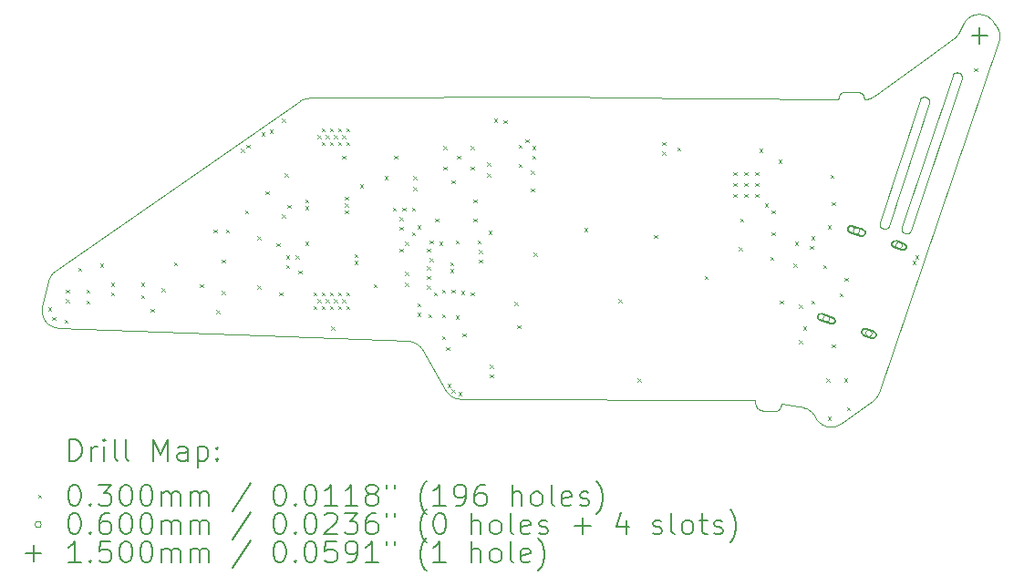
<source format=gbr>
%TF.GenerationSoftware,KiCad,Pcbnew,7.0.6*%
%TF.CreationDate,2023-07-20T08:44:50+02:00*%
%TF.ProjectId,dc_sdr,64635f73-6472-42e6-9b69-6361645f7063,rev?*%
%TF.SameCoordinates,Original*%
%TF.FileFunction,Drillmap*%
%TF.FilePolarity,Positive*%
%FSLAX45Y45*%
G04 Gerber Fmt 4.5, Leading zero omitted, Abs format (unit mm)*
G04 Created by KiCad (PCBNEW 7.0.6) date 2023-07-20 08:44:50*
%MOMM*%
%LPD*%
G01*
G04 APERTURE LIST*
%ADD10C,0.100000*%
%ADD11C,0.200000*%
%ADD12C,0.030000*%
%ADD13C,0.060000*%
%ADD14C,0.150000*%
G04 APERTURE END LIST*
D10*
X21615124Y-6924829D02*
X21622815Y-6925478D01*
X21630522Y-6926515D01*
X21638231Y-6927945D01*
X21645932Y-6929773D01*
X21653611Y-6932006D01*
X21661257Y-6934648D01*
X21668859Y-6937707D01*
X21676403Y-6941187D01*
X21684940Y-6945605D01*
X21689048Y-6947891D01*
X21693068Y-6950262D01*
X21697013Y-6952746D01*
X21700899Y-6955368D01*
X21704738Y-6958156D01*
X21708546Y-6961134D01*
X21712337Y-6964329D01*
X21716124Y-6967767D01*
X21719922Y-6971475D01*
X21723745Y-6975479D01*
X21727607Y-6979804D01*
X21731523Y-6984478D01*
X21735506Y-6989526D01*
X21739571Y-6994975D01*
X21769248Y-7036963D01*
X21772275Y-7041258D01*
X21775135Y-7045579D01*
X21777830Y-7049924D01*
X21780361Y-7054293D01*
X21782728Y-7058684D01*
X21784933Y-7063097D01*
X21786978Y-7067530D01*
X21788863Y-7071982D01*
X21790589Y-7076452D01*
X21792157Y-7080938D01*
X21793570Y-7085440D01*
X21794827Y-7089957D01*
X21795930Y-7094487D01*
X21796881Y-7099029D01*
X21797680Y-7103582D01*
X21798328Y-7108145D01*
X21798827Y-7112717D01*
X21799177Y-7117296D01*
X21799381Y-7121882D01*
X21799439Y-7126473D01*
X21799121Y-7135667D01*
X21798232Y-7144868D01*
X21796784Y-7154069D01*
X21794783Y-7163258D01*
X21792240Y-7172428D01*
X21789164Y-7181569D01*
X20677894Y-10443225D01*
X20675790Y-10448681D01*
X20673480Y-10454043D01*
X20670968Y-10459305D01*
X20668260Y-10464463D01*
X20665361Y-10469511D01*
X20662276Y-10474446D01*
X20659009Y-10479261D01*
X20655566Y-10483953D01*
X20651952Y-10488516D01*
X20648171Y-10492945D01*
X20644229Y-10497236D01*
X20640130Y-10501385D01*
X20635881Y-10505385D01*
X20631484Y-10509232D01*
X20626947Y-10512921D01*
X20622273Y-10516448D01*
X20326135Y-10729114D01*
X20318071Y-10734552D01*
X20309784Y-10739407D01*
X20301299Y-10743685D01*
X20292641Y-10747395D01*
X20283833Y-10750545D01*
X20274902Y-10753141D01*
X20265872Y-10755193D01*
X20256767Y-10756707D01*
X20247611Y-10757692D01*
X20238431Y-10758155D01*
X20229250Y-10758105D01*
X20220092Y-10757548D01*
X20210983Y-10756493D01*
X20201948Y-10754947D01*
X20193010Y-10752919D01*
X20184196Y-10750415D01*
X20175528Y-10747445D01*
X20167032Y-10744015D01*
X20158733Y-10740133D01*
X20150656Y-10735808D01*
X20142824Y-10731046D01*
X20135263Y-10725856D01*
X20127997Y-10720246D01*
X20121051Y-10714223D01*
X20114450Y-10707795D01*
X20108218Y-10700970D01*
X20102380Y-10693755D01*
X20096961Y-10686159D01*
X20091985Y-10678189D01*
X20087477Y-10669854D01*
X20083462Y-10661159D01*
X20079964Y-10652115D01*
X20077528Y-10648861D01*
X20070282Y-10640218D01*
X20064884Y-10634402D01*
X20058318Y-10627869D01*
X20050595Y-10620829D01*
X20041727Y-10613492D01*
X20031725Y-10606069D01*
X20020601Y-10598770D01*
X20008367Y-10591804D01*
X19995033Y-10585382D01*
X19980611Y-10579713D01*
X19972996Y-10577228D01*
X19965113Y-10575009D01*
X19956965Y-10573084D01*
X19948551Y-10571478D01*
X19939874Y-10570219D01*
X19930935Y-10569332D01*
X19777407Y-10543813D01*
X19774552Y-10549404D01*
X19772038Y-10555267D01*
X19767507Y-10567425D01*
X19765228Y-10573529D01*
X19762765Y-10579522D01*
X19759988Y-10585308D01*
X19758441Y-10588094D01*
X19756766Y-10590792D01*
X19754946Y-10593390D01*
X19752966Y-10595876D01*
X19750809Y-10598239D01*
X19748459Y-10600466D01*
X19745898Y-10602546D01*
X19743112Y-10604466D01*
X19740083Y-10606214D01*
X19736796Y-10607780D01*
X19733233Y-10609149D01*
X19729378Y-10610311D01*
X19725216Y-10611254D01*
X19720729Y-10611966D01*
X19715901Y-10612434D01*
X19710716Y-10612646D01*
X19705158Y-10612591D01*
X19699209Y-10612258D01*
X19608173Y-10609867D01*
X19603853Y-10609669D01*
X19599388Y-10609165D01*
X19594819Y-10608368D01*
X19590185Y-10607296D01*
X19585527Y-10605964D01*
X19580887Y-10604387D01*
X19576304Y-10602580D01*
X19571818Y-10600561D01*
X19567472Y-10598343D01*
X19563304Y-10595943D01*
X19559356Y-10593376D01*
X19555668Y-10590658D01*
X19552280Y-10587804D01*
X19549234Y-10584830D01*
X19546569Y-10581752D01*
X19545392Y-10580179D01*
X19544326Y-10578585D01*
X19542930Y-10576320D01*
X19541633Y-10574044D01*
X19540432Y-10571761D01*
X19539324Y-10569473D01*
X19538305Y-10567184D01*
X19537372Y-10564896D01*
X19536522Y-10562612D01*
X19535752Y-10560335D01*
X19535059Y-10558068D01*
X19534439Y-10555814D01*
X19533890Y-10553576D01*
X19533407Y-10551356D01*
X19532630Y-10546986D01*
X19532084Y-10542726D01*
X19531741Y-10538600D01*
X19531578Y-10534632D01*
X19531567Y-10530844D01*
X19531684Y-10527260D01*
X19531904Y-10523903D01*
X19532199Y-10520798D01*
X19532546Y-10517967D01*
X19532919Y-10515435D01*
X16794874Y-10499872D01*
X16784559Y-10499511D01*
X16774375Y-10498479D01*
X16764348Y-10496792D01*
X16754507Y-10494467D01*
X16744879Y-10491520D01*
X16735490Y-10487967D01*
X16726369Y-10483826D01*
X16717543Y-10479114D01*
X16709038Y-10473846D01*
X16700883Y-10468040D01*
X16693104Y-10461712D01*
X16685729Y-10454878D01*
X16678785Y-10447557D01*
X16672300Y-10439763D01*
X16666300Y-10431514D01*
X16660814Y-10422827D01*
X16435961Y-10039599D01*
X16430675Y-10031155D01*
X16424906Y-10023124D01*
X16418677Y-10015522D01*
X16412014Y-10008363D01*
X16404942Y-10001662D01*
X16397485Y-9995434D01*
X16389669Y-9989694D01*
X16381517Y-9984457D01*
X16373055Y-9979737D01*
X16364307Y-9975549D01*
X16355299Y-9971909D01*
X16346054Y-9968830D01*
X16336599Y-9966329D01*
X16326956Y-9964419D01*
X16317153Y-9963116D01*
X16307212Y-9962434D01*
X14953268Y-9911093D01*
X13057707Y-9839161D01*
X13048621Y-9838559D01*
X13039706Y-9837456D01*
X13030976Y-9835868D01*
X13022443Y-9833810D01*
X13014117Y-9831298D01*
X13006012Y-9828348D01*
X12998138Y-9824974D01*
X12990508Y-9821192D01*
X12983134Y-9817017D01*
X12976027Y-9812465D01*
X12969200Y-9807552D01*
X12962664Y-9802292D01*
X12956431Y-9796701D01*
X12950513Y-9790794D01*
X12944922Y-9784588D01*
X12939670Y-9778096D01*
X12934768Y-9771335D01*
X12930229Y-9764320D01*
X12926064Y-9757067D01*
X12922286Y-9749591D01*
X12918906Y-9741906D01*
X12915936Y-9734030D01*
X12913387Y-9725976D01*
X12911273Y-9717761D01*
X12909604Y-9709400D01*
X12908393Y-9700908D01*
X12907651Y-9692301D01*
X12907390Y-9683594D01*
X12907623Y-9674802D01*
X12908360Y-9665941D01*
X12909615Y-9657027D01*
X12911398Y-9648074D01*
X12967818Y-9402734D01*
X12969600Y-9395696D01*
X12971701Y-9388781D01*
X12974115Y-9381996D01*
X12976835Y-9375350D01*
X12979854Y-9368852D01*
X12983166Y-9362510D01*
X12986764Y-9356332D01*
X12990642Y-9350327D01*
X12994793Y-9344504D01*
X12999210Y-9338870D01*
X13003887Y-9333434D01*
X13008816Y-9328206D01*
X13013993Y-9323192D01*
X13019409Y-9318402D01*
X13025058Y-9313845D01*
X13030933Y-9309528D01*
X15300694Y-7732720D01*
X15305585Y-7729390D01*
X15310593Y-7726263D01*
X15315714Y-7723339D01*
X15320939Y-7720621D01*
X15326260Y-7718110D01*
X15331671Y-7715807D01*
X15337165Y-7713714D01*
X15342733Y-7711834D01*
X15348369Y-7710168D01*
X15354065Y-7708716D01*
X15359815Y-7707482D01*
X15365610Y-7706466D01*
X15371443Y-7705671D01*
X15377308Y-7705098D01*
X15383196Y-7704748D01*
X15389101Y-7704624D01*
X17870796Y-7693778D01*
X18125871Y-7697853D01*
X20299559Y-7716407D01*
X20301720Y-7710799D01*
X20303653Y-7705021D01*
X20307300Y-7693254D01*
X20309247Y-7687416D01*
X20311431Y-7681710D01*
X20313968Y-7676210D01*
X20315406Y-7673562D01*
X20316976Y-7670993D01*
X20318692Y-7668514D01*
X20320569Y-7666133D01*
X20322621Y-7663862D01*
X20324864Y-7661707D01*
X20327312Y-7659680D01*
X20329979Y-7657790D01*
X20332879Y-7656046D01*
X20336028Y-7654457D01*
X20339440Y-7653033D01*
X20343129Y-7651784D01*
X20347109Y-7650719D01*
X20351397Y-7649846D01*
X20356005Y-7649177D01*
X20360949Y-7648719D01*
X20366243Y-7648484D01*
X20371901Y-7648479D01*
X20463014Y-7645830D01*
X20467334Y-7645794D01*
X20471818Y-7646054D01*
X20476424Y-7646596D01*
X20481111Y-7647407D01*
X20485838Y-7648473D01*
X20490564Y-7649783D01*
X20495246Y-7651321D01*
X20499845Y-7653076D01*
X20504319Y-7655034D01*
X20508627Y-7657182D01*
X20512726Y-7659505D01*
X20516577Y-7661993D01*
X20520138Y-7664630D01*
X20523367Y-7667403D01*
X20526223Y-7670301D01*
X20527499Y-7671791D01*
X20528666Y-7673308D01*
X20530649Y-7676175D01*
X20532455Y-7679063D01*
X20534093Y-7681964D01*
X20535570Y-7684873D01*
X20536895Y-7687784D01*
X20538075Y-7690689D01*
X20539119Y-7693583D01*
X20540035Y-7696459D01*
X20540831Y-7699309D01*
X20541514Y-7702129D01*
X20542094Y-7704911D01*
X20542578Y-7707649D01*
X20542974Y-7710336D01*
X20543290Y-7712967D01*
X20543534Y-7715534D01*
X20543715Y-7718030D01*
X20548983Y-7717724D01*
X20554241Y-7717288D01*
X20559481Y-7716709D01*
X20564699Y-7715972D01*
X20569888Y-7715060D01*
X20575042Y-7713960D01*
X20577604Y-7713334D01*
X20580155Y-7712656D01*
X20582695Y-7711923D01*
X20585221Y-7711133D01*
X20588859Y-7709971D01*
X20592378Y-7708747D01*
X20595778Y-7707468D01*
X20599059Y-7706141D01*
X20602221Y-7704775D01*
X20605263Y-7703376D01*
X20608187Y-7701952D01*
X20610990Y-7700510D01*
X20613675Y-7699057D01*
X20616239Y-7697601D01*
X20621009Y-7694710D01*
X20625299Y-7691895D01*
X20629107Y-7689216D01*
X21141661Y-7317654D01*
X21376240Y-7148885D01*
X21380049Y-7146103D01*
X21383757Y-7143211D01*
X21387363Y-7140212D01*
X21390866Y-7137109D01*
X21394265Y-7133903D01*
X21397560Y-7130598D01*
X21400750Y-7127194D01*
X21403834Y-7123696D01*
X21406812Y-7120104D01*
X21409683Y-7116422D01*
X21412445Y-7112651D01*
X21415099Y-7108794D01*
X21417644Y-7104854D01*
X21420078Y-7100833D01*
X21422402Y-7096733D01*
X21424613Y-7092556D01*
X21466256Y-7010383D01*
X21469984Y-7003471D01*
X21474015Y-6996808D01*
X21478338Y-6990400D01*
X21482940Y-6984251D01*
X21487809Y-6978369D01*
X21492933Y-6972759D01*
X21498301Y-6967426D01*
X21503900Y-6962377D01*
X21509718Y-6957617D01*
X21515743Y-6953151D01*
X21521964Y-6948987D01*
X21528367Y-6945129D01*
X21534942Y-6941583D01*
X21541676Y-6938354D01*
X21548557Y-6935450D01*
X21555573Y-6932875D01*
X21562712Y-6930636D01*
X21569962Y-6928737D01*
X21577312Y-6927185D01*
X21584748Y-6925986D01*
X21592259Y-6925145D01*
X21599834Y-6924668D01*
X21607459Y-6924560D01*
X21615124Y-6924829D01*
X21406580Y-7467204D02*
X21408694Y-7467408D01*
X21410811Y-7467717D01*
X21412928Y-7468134D01*
X21415040Y-7468661D01*
X21417145Y-7469298D01*
X21420554Y-7470560D01*
X21422623Y-7471302D01*
X21424628Y-7472140D01*
X21426568Y-7473070D01*
X21428441Y-7474087D01*
X21430246Y-7475190D01*
X21431980Y-7476375D01*
X21433644Y-7477637D01*
X21435234Y-7478975D01*
X21436749Y-7480383D01*
X21438188Y-7481860D01*
X21439549Y-7483401D01*
X21440830Y-7485003D01*
X21442031Y-7486663D01*
X21443149Y-7488377D01*
X21444183Y-7490142D01*
X21445131Y-7491954D01*
X21445992Y-7493810D01*
X21446764Y-7495707D01*
X21447445Y-7497641D01*
X21448034Y-7499608D01*
X21448530Y-7501606D01*
X21448931Y-7503631D01*
X21449235Y-7505679D01*
X21449440Y-7507747D01*
X21449546Y-7509832D01*
X21449550Y-7511930D01*
X21449452Y-7514037D01*
X21449248Y-7516151D01*
X21448939Y-7518268D01*
X21448521Y-7520385D01*
X21447995Y-7522497D01*
X21447357Y-7524603D01*
X20975564Y-8934400D01*
X20974821Y-8936469D01*
X20973984Y-8938475D01*
X20973055Y-8940415D01*
X20972037Y-8942288D01*
X20970934Y-8944093D01*
X20969749Y-8945827D01*
X20968487Y-8947490D01*
X20967149Y-8949080D01*
X20965741Y-8950596D01*
X20964264Y-8952034D01*
X20962723Y-8953395D01*
X20961121Y-8954677D01*
X20959461Y-8955878D01*
X20957747Y-8956996D01*
X20955982Y-8958029D01*
X20954170Y-8958978D01*
X20952314Y-8959838D01*
X20950417Y-8960610D01*
X20948483Y-8961292D01*
X20946516Y-8961881D01*
X20944518Y-8962377D01*
X20942493Y-8962778D01*
X20940445Y-8963082D01*
X20938377Y-8963287D01*
X20936292Y-8963393D01*
X20934195Y-8963397D01*
X20932087Y-8963298D01*
X20929973Y-8963095D01*
X20927856Y-8962786D01*
X20925740Y-8962368D01*
X20923627Y-8961842D01*
X20921522Y-8961204D01*
X20918114Y-8959943D01*
X20916044Y-8959200D01*
X20914037Y-8958360D01*
X20912095Y-8957427D01*
X20910218Y-8956405D01*
X20908409Y-8955296D01*
X20906670Y-8954106D01*
X20905002Y-8952836D01*
X20903406Y-8951491D01*
X20901885Y-8950074D01*
X20900440Y-8948589D01*
X20899073Y-8947039D01*
X20897785Y-8945429D01*
X20896578Y-8943761D01*
X20895455Y-8942039D01*
X20894416Y-8940267D01*
X20893463Y-8938448D01*
X20892597Y-8936586D01*
X20891822Y-8934684D01*
X20891138Y-8932746D01*
X20890546Y-8930776D01*
X20890050Y-8928777D01*
X20889649Y-8926753D01*
X20889347Y-8924706D01*
X20889144Y-8922642D01*
X20889042Y-8920563D01*
X20889044Y-8918473D01*
X20889150Y-8916376D01*
X20889363Y-8914274D01*
X20889683Y-8912173D01*
X20890114Y-8910074D01*
X20890656Y-8907983D01*
X20891310Y-8905901D01*
X21363103Y-7496103D01*
X21363846Y-7494034D01*
X21364683Y-7492029D01*
X21365613Y-7490089D01*
X21366630Y-7488215D01*
X21367733Y-7486411D01*
X21368918Y-7484676D01*
X21370180Y-7483013D01*
X21371518Y-7481423D01*
X21372926Y-7479908D01*
X21374403Y-7478469D01*
X21375944Y-7477108D01*
X21377546Y-7475826D01*
X21379206Y-7474626D01*
X21380920Y-7473508D01*
X21382685Y-7472474D01*
X21384497Y-7471526D01*
X21386353Y-7470665D01*
X21388250Y-7469893D01*
X21390184Y-7469211D01*
X21392151Y-7468622D01*
X21394149Y-7468126D01*
X21396174Y-7467725D01*
X21398222Y-7467422D01*
X21400290Y-7467216D01*
X21402375Y-7467110D01*
X21404473Y-7467106D01*
X21406580Y-7467204D01*
X21102752Y-7695010D02*
X21104866Y-7695214D01*
X21106982Y-7695523D01*
X21109099Y-7695940D01*
X21111211Y-7696467D01*
X21113316Y-7697104D01*
X21116725Y-7698366D01*
X21118794Y-7699108D01*
X21120799Y-7699946D01*
X21122739Y-7700875D01*
X21124612Y-7701893D01*
X21126417Y-7702996D01*
X21128152Y-7704181D01*
X21129815Y-7705443D01*
X21131405Y-7706781D01*
X21132920Y-7708189D01*
X21134359Y-7709666D01*
X21135720Y-7711207D01*
X21137002Y-7712809D01*
X21138202Y-7714469D01*
X21139320Y-7716183D01*
X21140354Y-7717948D01*
X21141302Y-7719760D01*
X21142163Y-7721616D01*
X21142935Y-7723513D01*
X21143616Y-7725447D01*
X21144206Y-7727414D01*
X21144702Y-7729412D01*
X21145102Y-7731437D01*
X21145406Y-7733485D01*
X21145612Y-7735553D01*
X21145717Y-7737638D01*
X21145722Y-7739736D01*
X21145623Y-7741843D01*
X21145419Y-7743957D01*
X21145110Y-7746074D01*
X21144693Y-7748191D01*
X21144166Y-7750303D01*
X21143528Y-7752408D01*
X20772833Y-8891466D01*
X20772090Y-8893535D01*
X20771253Y-8895541D01*
X20770324Y-8897481D01*
X20769306Y-8899354D01*
X20768203Y-8901159D01*
X20767018Y-8902893D01*
X20765756Y-8904556D01*
X20764418Y-8906146D01*
X20763010Y-8907662D01*
X20761533Y-8909100D01*
X20759992Y-8910461D01*
X20758390Y-8911743D01*
X20756730Y-8912944D01*
X20755016Y-8914062D01*
X20753251Y-8915095D01*
X20751439Y-8916043D01*
X20749583Y-8916904D01*
X20747686Y-8917676D01*
X20745752Y-8918358D01*
X20743785Y-8918947D01*
X20741787Y-8919443D01*
X20739762Y-8919843D01*
X20737714Y-8920147D01*
X20735646Y-8920353D01*
X20733561Y-8920459D01*
X20731463Y-8920463D01*
X20729356Y-8920364D01*
X20727242Y-8920161D01*
X20725125Y-8919851D01*
X20723008Y-8919434D01*
X20720896Y-8918907D01*
X20718791Y-8918270D01*
X20715382Y-8917008D01*
X20713337Y-8916248D01*
X20711353Y-8915396D01*
X20709431Y-8914453D01*
X20707573Y-8913425D01*
X20705781Y-8912313D01*
X20704057Y-8911121D01*
X20702402Y-8909852D01*
X20700817Y-8908511D01*
X20699306Y-8907100D01*
X20697869Y-8905622D01*
X20696508Y-8904080D01*
X20695225Y-8902479D01*
X20694022Y-8900821D01*
X20692900Y-8899110D01*
X20691861Y-8897349D01*
X20690907Y-8895541D01*
X20690040Y-8893690D01*
X20689260Y-8891799D01*
X20688571Y-8889871D01*
X20687973Y-8887909D01*
X20687469Y-8885917D01*
X20687060Y-8883899D01*
X20686748Y-8881857D01*
X20686534Y-8879795D01*
X20686420Y-8877715D01*
X20686409Y-8875623D01*
X20686501Y-8873520D01*
X20686699Y-8871410D01*
X20687004Y-8869296D01*
X20687418Y-8867182D01*
X20687942Y-8865071D01*
X20688579Y-8862967D01*
X21059275Y-7723909D01*
X21060017Y-7721840D01*
X21060854Y-7719834D01*
X21061784Y-7717894D01*
X21062802Y-7716021D01*
X21063905Y-7714217D01*
X21065089Y-7712482D01*
X21066352Y-7710819D01*
X21067689Y-7709229D01*
X21069098Y-7707714D01*
X21070574Y-7706275D01*
X21072115Y-7704914D01*
X21073717Y-7703632D01*
X21075377Y-7702431D01*
X21077091Y-7701313D01*
X21078856Y-7700280D01*
X21080668Y-7699331D01*
X21082524Y-7698471D01*
X21084421Y-7697699D01*
X21086355Y-7697017D01*
X21088323Y-7696428D01*
X21090320Y-7695932D01*
X21092345Y-7695531D01*
X21094393Y-7695227D01*
X21096461Y-7695022D01*
X21098546Y-7694916D01*
X21100644Y-7694912D01*
X21102752Y-7695010D01*
D11*
D12*
X12964400Y-9649700D02*
X12994400Y-9679700D01*
X12994400Y-9649700D02*
X12964400Y-9679700D01*
X13002500Y-9738600D02*
X13032500Y-9768600D01*
X13032500Y-9738600D02*
X13002500Y-9768600D01*
X13116800Y-9764000D02*
X13146800Y-9794000D01*
X13146800Y-9764000D02*
X13116800Y-9794000D01*
X13129500Y-9484600D02*
X13159500Y-9514600D01*
X13159500Y-9484600D02*
X13129500Y-9514600D01*
X13129500Y-9573500D02*
X13159500Y-9603500D01*
X13159500Y-9573500D02*
X13129500Y-9603500D01*
X13243800Y-9281400D02*
X13273800Y-9311400D01*
X13273800Y-9281400D02*
X13243800Y-9311400D01*
X13320000Y-9484600D02*
X13350000Y-9514600D01*
X13350000Y-9484600D02*
X13320000Y-9514600D01*
X13320000Y-9586200D02*
X13350000Y-9616200D01*
X13350000Y-9586200D02*
X13320000Y-9616200D01*
X13447000Y-9243300D02*
X13477000Y-9273300D01*
X13477000Y-9243300D02*
X13447000Y-9273300D01*
X13548600Y-9421100D02*
X13578600Y-9451100D01*
X13578600Y-9421100D02*
X13548600Y-9451100D01*
X13548600Y-9510000D02*
X13578600Y-9540000D01*
X13578600Y-9510000D02*
X13548600Y-9540000D01*
X13828000Y-9421100D02*
X13858000Y-9451100D01*
X13858000Y-9421100D02*
X13828000Y-9451100D01*
X13828000Y-9535400D02*
X13858000Y-9565400D01*
X13858000Y-9535400D02*
X13828000Y-9565400D01*
X13916900Y-9662400D02*
X13946900Y-9692400D01*
X13946900Y-9662400D02*
X13916900Y-9692400D01*
X14018500Y-9471900D02*
X14048500Y-9501900D01*
X14048500Y-9471900D02*
X14018500Y-9501900D01*
X14132800Y-9230600D02*
X14162800Y-9260600D01*
X14162800Y-9230600D02*
X14132800Y-9260600D01*
X14374100Y-9433800D02*
X14404100Y-9463800D01*
X14404100Y-9433800D02*
X14374100Y-9463800D01*
X14501100Y-8925800D02*
X14531100Y-8955800D01*
X14531100Y-8925800D02*
X14501100Y-8955800D01*
X14526500Y-9675100D02*
X14556500Y-9705100D01*
X14556500Y-9675100D02*
X14526500Y-9705100D01*
X14577300Y-9205200D02*
X14607300Y-9235200D01*
X14607300Y-9205200D02*
X14577300Y-9235200D01*
X14577300Y-9497300D02*
X14607300Y-9527300D01*
X14607300Y-9497300D02*
X14577300Y-9527300D01*
X14615400Y-8925800D02*
X14645400Y-8955800D01*
X14645400Y-8925800D02*
X14615400Y-8955800D01*
X14755100Y-8176500D02*
X14785100Y-8206500D01*
X14785100Y-8176500D02*
X14755100Y-8206500D01*
X14793200Y-8748000D02*
X14823200Y-8778000D01*
X14823200Y-8748000D02*
X14793200Y-8778000D01*
X14805900Y-8138400D02*
X14835900Y-8168400D01*
X14835900Y-8138400D02*
X14805900Y-8168400D01*
X14907500Y-8989300D02*
X14937500Y-9019300D01*
X14937500Y-8989300D02*
X14907500Y-9019300D01*
X14907500Y-9446500D02*
X14937500Y-9476500D01*
X14937500Y-9446500D02*
X14907500Y-9476500D01*
X14945600Y-8024100D02*
X14975600Y-8054100D01*
X14975600Y-8024100D02*
X14945600Y-8054100D01*
X14983700Y-8570200D02*
X15013700Y-8600200D01*
X15013700Y-8570200D02*
X14983700Y-8600200D01*
X15021800Y-7998700D02*
X15051800Y-8028700D01*
X15051800Y-7998700D02*
X15021800Y-8028700D01*
X15085300Y-9052800D02*
X15115300Y-9082800D01*
X15115300Y-9052800D02*
X15085300Y-9082800D01*
X15110700Y-9510000D02*
X15140700Y-9540000D01*
X15140700Y-9510000D02*
X15110700Y-9540000D01*
X15136100Y-7897100D02*
X15166100Y-7927100D01*
X15166100Y-7897100D02*
X15136100Y-7927100D01*
X15136100Y-8786100D02*
X15166100Y-8816100D01*
X15166100Y-8786100D02*
X15136100Y-8816100D01*
X15161500Y-8405100D02*
X15191500Y-8435100D01*
X15191500Y-8405100D02*
X15161500Y-8435100D01*
X15174200Y-9167100D02*
X15204200Y-9197100D01*
X15204200Y-9167100D02*
X15174200Y-9197100D01*
X15174200Y-9256000D02*
X15204200Y-9286000D01*
X15204200Y-9256000D02*
X15174200Y-9286000D01*
X15186900Y-8697200D02*
X15216900Y-8727200D01*
X15216900Y-8697200D02*
X15186900Y-8727200D01*
X15263100Y-9167100D02*
X15293100Y-9197100D01*
X15293100Y-9167100D02*
X15263100Y-9197100D01*
X15288500Y-9306800D02*
X15318500Y-9336800D01*
X15318500Y-9306800D02*
X15288500Y-9336800D01*
X15352000Y-8646400D02*
X15382000Y-8676400D01*
X15382000Y-8646400D02*
X15352000Y-8676400D01*
X15352000Y-8709900D02*
X15382000Y-8739900D01*
X15382000Y-8709900D02*
X15352000Y-8739900D01*
X15352000Y-9040100D02*
X15382000Y-9070100D01*
X15382000Y-9040100D02*
X15352000Y-9070100D01*
X15428200Y-9510000D02*
X15458200Y-9540000D01*
X15458200Y-9510000D02*
X15428200Y-9540000D01*
X15428200Y-9637000D02*
X15458200Y-9667000D01*
X15458200Y-9637000D02*
X15428200Y-9667000D01*
X15466300Y-8049500D02*
X15496300Y-8079500D01*
X15496300Y-8049500D02*
X15466300Y-8079500D01*
X15466300Y-9573500D02*
X15496300Y-9603500D01*
X15496300Y-9573500D02*
X15466300Y-9603500D01*
X15504400Y-7986000D02*
X15534400Y-8016000D01*
X15534400Y-7986000D02*
X15504400Y-8016000D01*
X15504400Y-8113000D02*
X15534400Y-8143000D01*
X15534400Y-8113000D02*
X15504400Y-8143000D01*
X15504400Y-9510000D02*
X15534400Y-9540000D01*
X15534400Y-9510000D02*
X15504400Y-9540000D01*
X15504400Y-9637000D02*
X15534400Y-9667000D01*
X15534400Y-9637000D02*
X15504400Y-9667000D01*
X15542500Y-8049500D02*
X15572500Y-8079500D01*
X15572500Y-8049500D02*
X15542500Y-8079500D01*
X15542500Y-9573500D02*
X15572500Y-9603500D01*
X15572500Y-9573500D02*
X15542500Y-9603500D01*
X15580600Y-7986000D02*
X15610600Y-8016000D01*
X15610600Y-7986000D02*
X15580600Y-8016000D01*
X15580600Y-8113000D02*
X15610600Y-8143000D01*
X15610600Y-8113000D02*
X15580600Y-8143000D01*
X15580600Y-9510000D02*
X15610600Y-9540000D01*
X15610600Y-9510000D02*
X15580600Y-9540000D01*
X15580600Y-9637000D02*
X15610600Y-9667000D01*
X15610600Y-9637000D02*
X15580600Y-9667000D01*
X15593300Y-9827500D02*
X15623300Y-9857500D01*
X15623300Y-9827500D02*
X15593300Y-9857500D01*
X15618700Y-8049500D02*
X15648700Y-8079500D01*
X15648700Y-8049500D02*
X15618700Y-8079500D01*
X15618700Y-9573500D02*
X15648700Y-9603500D01*
X15648700Y-9573500D02*
X15618700Y-9603500D01*
X15656800Y-7986000D02*
X15686800Y-8016000D01*
X15686800Y-7986000D02*
X15656800Y-8016000D01*
X15656800Y-8113000D02*
X15686800Y-8143000D01*
X15686800Y-8113000D02*
X15656800Y-8143000D01*
X15656800Y-9510000D02*
X15686800Y-9540000D01*
X15686800Y-9510000D02*
X15656800Y-9540000D01*
X15656800Y-9637000D02*
X15686800Y-9667000D01*
X15686800Y-9637000D02*
X15656800Y-9667000D01*
X15694900Y-8049500D02*
X15724900Y-8079500D01*
X15724900Y-8049500D02*
X15694900Y-8079500D01*
X15694900Y-8240000D02*
X15724900Y-8270000D01*
X15724900Y-8240000D02*
X15694900Y-8270000D01*
X15694900Y-9573500D02*
X15724900Y-9603500D01*
X15724900Y-9573500D02*
X15694900Y-9603500D01*
X15720300Y-8621000D02*
X15750300Y-8651000D01*
X15750300Y-8621000D02*
X15720300Y-8651000D01*
X15720300Y-8684500D02*
X15750300Y-8714500D01*
X15750300Y-8684500D02*
X15720300Y-8714500D01*
X15720300Y-8748000D02*
X15750300Y-8778000D01*
X15750300Y-8748000D02*
X15720300Y-8778000D01*
X15733000Y-7986000D02*
X15763000Y-8016000D01*
X15763000Y-7986000D02*
X15733000Y-8016000D01*
X15733000Y-8113000D02*
X15763000Y-8143000D01*
X15763000Y-8113000D02*
X15733000Y-8143000D01*
X15733000Y-9510000D02*
X15763000Y-9540000D01*
X15763000Y-9510000D02*
X15733000Y-9540000D01*
X15733000Y-9637000D02*
X15763000Y-9667000D01*
X15763000Y-9637000D02*
X15733000Y-9667000D01*
X15809200Y-9154400D02*
X15839200Y-9184400D01*
X15839200Y-9154400D02*
X15809200Y-9184400D01*
X15809200Y-9217900D02*
X15839200Y-9247900D01*
X15839200Y-9217900D02*
X15809200Y-9247900D01*
X15860000Y-8506700D02*
X15890000Y-8536700D01*
X15890000Y-8506700D02*
X15860000Y-8536700D01*
X15987000Y-9433800D02*
X16017000Y-9463800D01*
X16017000Y-9433800D02*
X15987000Y-9463800D01*
X16088600Y-8430500D02*
X16118600Y-8460500D01*
X16118600Y-8430500D02*
X16088600Y-8460500D01*
X16164800Y-8722600D02*
X16194800Y-8752600D01*
X16194800Y-8722600D02*
X16164800Y-8752600D01*
X16177500Y-8240000D02*
X16207500Y-8270000D01*
X16207500Y-8240000D02*
X16177500Y-8270000D01*
X16228300Y-8811500D02*
X16258300Y-8841500D01*
X16258300Y-8811500D02*
X16228300Y-8841500D01*
X16228300Y-8900400D02*
X16258300Y-8930400D01*
X16258300Y-8900400D02*
X16228300Y-8930400D01*
X16228300Y-9103600D02*
X16258300Y-9133600D01*
X16258300Y-9103600D02*
X16228300Y-9133600D01*
X16253700Y-8722600D02*
X16283700Y-8752600D01*
X16283700Y-8722600D02*
X16253700Y-8752600D01*
X16279100Y-9040100D02*
X16309100Y-9070100D01*
X16309100Y-9040100D02*
X16279100Y-9070100D01*
X16279100Y-9319500D02*
X16309100Y-9349500D01*
X16309100Y-9319500D02*
X16279100Y-9349500D01*
X16279100Y-9421100D02*
X16309100Y-9451100D01*
X16309100Y-9421100D02*
X16279100Y-9451100D01*
X16342600Y-8722600D02*
X16372600Y-8752600D01*
X16372600Y-8722600D02*
X16342600Y-8752600D01*
X16342600Y-8951200D02*
X16372600Y-8981200D01*
X16372600Y-8951200D02*
X16342600Y-8981200D01*
X16355300Y-8430500D02*
X16385300Y-8460500D01*
X16385300Y-8430500D02*
X16355300Y-8460500D01*
X16355300Y-8532100D02*
X16385300Y-8562100D01*
X16385300Y-8532100D02*
X16355300Y-8562100D01*
X16393400Y-8887700D02*
X16423400Y-8917700D01*
X16423400Y-8887700D02*
X16393400Y-8917700D01*
X16393400Y-9611600D02*
X16423400Y-9641600D01*
X16423400Y-9611600D02*
X16393400Y-9641600D01*
X16393400Y-9700500D02*
X16423400Y-9730500D01*
X16423400Y-9700500D02*
X16393400Y-9730500D01*
X16482300Y-9103600D02*
X16512300Y-9133600D01*
X16512300Y-9103600D02*
X16482300Y-9133600D01*
X16482300Y-9268700D02*
X16512300Y-9298700D01*
X16512300Y-9268700D02*
X16482300Y-9298700D01*
X16482300Y-9357600D02*
X16512300Y-9387600D01*
X16512300Y-9357600D02*
X16482300Y-9387600D01*
X16482300Y-9446500D02*
X16512300Y-9476500D01*
X16512300Y-9446500D02*
X16482300Y-9476500D01*
X16495000Y-9713200D02*
X16525000Y-9743200D01*
X16525000Y-9713200D02*
X16495000Y-9743200D01*
X16507700Y-9027400D02*
X16537700Y-9057400D01*
X16537700Y-9027400D02*
X16507700Y-9057400D01*
X16507700Y-9192500D02*
X16537700Y-9222500D01*
X16537700Y-9192500D02*
X16507700Y-9222500D01*
X16545800Y-9510000D02*
X16575800Y-9540000D01*
X16575800Y-9510000D02*
X16545800Y-9540000D01*
X16558500Y-8824200D02*
X16588500Y-8854200D01*
X16588500Y-8824200D02*
X16558500Y-8854200D01*
X16596600Y-9040100D02*
X16626600Y-9070100D01*
X16626600Y-9040100D02*
X16596600Y-9070100D01*
X16622000Y-9484600D02*
X16652000Y-9514600D01*
X16652000Y-9484600D02*
X16622000Y-9514600D01*
X16622000Y-9713200D02*
X16652000Y-9743200D01*
X16652000Y-9713200D02*
X16622000Y-9743200D01*
X16622000Y-9916400D02*
X16652000Y-9946400D01*
X16652000Y-9916400D02*
X16622000Y-9946400D01*
X16634700Y-8151100D02*
X16664700Y-8181100D01*
X16664700Y-8151100D02*
X16634700Y-8181100D01*
X16634700Y-8341600D02*
X16664700Y-8371600D01*
X16664700Y-8341600D02*
X16634700Y-8371600D01*
X16660100Y-10018000D02*
X16690100Y-10048000D01*
X16690100Y-10018000D02*
X16660100Y-10048000D01*
X16672800Y-10360900D02*
X16702800Y-10390900D01*
X16702800Y-10360900D02*
X16672800Y-10390900D01*
X16698200Y-9230600D02*
X16728200Y-9260600D01*
X16728200Y-9230600D02*
X16698200Y-9260600D01*
X16698200Y-9294100D02*
X16728200Y-9324100D01*
X16728200Y-9294100D02*
X16698200Y-9324100D01*
X16710900Y-8468600D02*
X16740900Y-8498600D01*
X16740900Y-8468600D02*
X16710900Y-8498600D01*
X16710900Y-9484600D02*
X16740900Y-9514600D01*
X16740900Y-9484600D02*
X16710900Y-9514600D01*
X16710900Y-10411700D02*
X16740900Y-10441700D01*
X16740900Y-10411700D02*
X16710900Y-10441700D01*
X16749000Y-9027400D02*
X16779000Y-9057400D01*
X16779000Y-9027400D02*
X16749000Y-9057400D01*
X16749000Y-9725900D02*
X16779000Y-9755900D01*
X16779000Y-9725900D02*
X16749000Y-9755900D01*
X16761700Y-8240000D02*
X16791700Y-8270000D01*
X16791700Y-8240000D02*
X16761700Y-8270000D01*
X16774400Y-10437100D02*
X16804400Y-10467100D01*
X16804400Y-10437100D02*
X16774400Y-10467100D01*
X16799800Y-9497300D02*
X16829800Y-9527300D01*
X16829800Y-9497300D02*
X16799800Y-9527300D01*
X16812500Y-9891000D02*
X16842500Y-9921000D01*
X16842500Y-9891000D02*
X16812500Y-9921000D01*
X16888700Y-8151100D02*
X16918700Y-8181100D01*
X16918700Y-8151100D02*
X16888700Y-8181100D01*
X16888700Y-8341600D02*
X16918700Y-8371600D01*
X16918700Y-8341600D02*
X16888700Y-8371600D01*
X16888700Y-9510000D02*
X16918700Y-9540000D01*
X16918700Y-9510000D02*
X16888700Y-9540000D01*
X16914100Y-8646400D02*
X16944100Y-8676400D01*
X16944100Y-8646400D02*
X16914100Y-8676400D01*
X16914100Y-8824200D02*
X16944100Y-8854200D01*
X16944100Y-8824200D02*
X16914100Y-8854200D01*
X16952200Y-9027400D02*
X16982200Y-9057400D01*
X16982200Y-9027400D02*
X16952200Y-9057400D01*
X16964900Y-9116300D02*
X16994900Y-9146300D01*
X16994900Y-9116300D02*
X16964900Y-9146300D01*
X16964900Y-9205200D02*
X16994900Y-9235200D01*
X16994900Y-9205200D02*
X16964900Y-9235200D01*
X17041100Y-8303500D02*
X17071100Y-8333500D01*
X17071100Y-8303500D02*
X17041100Y-8333500D01*
X17041100Y-8405100D02*
X17071100Y-8435100D01*
X17071100Y-8405100D02*
X17041100Y-8435100D01*
X17053800Y-8938500D02*
X17083800Y-8968500D01*
X17083800Y-8938500D02*
X17053800Y-8968500D01*
X17066500Y-10183100D02*
X17096500Y-10213100D01*
X17096500Y-10183100D02*
X17066500Y-10213100D01*
X17066500Y-10272000D02*
X17096500Y-10302000D01*
X17096500Y-10272000D02*
X17066500Y-10302000D01*
X17104600Y-7897100D02*
X17134600Y-7927100D01*
X17134600Y-7897100D02*
X17104600Y-7927100D01*
X17193500Y-7909800D02*
X17223500Y-7939800D01*
X17223500Y-7909800D02*
X17193500Y-7939800D01*
X17295100Y-9598900D02*
X17325100Y-9628900D01*
X17325100Y-9598900D02*
X17295100Y-9628900D01*
X17320500Y-9814800D02*
X17350500Y-9844800D01*
X17350500Y-9814800D02*
X17320500Y-9844800D01*
X17333200Y-8138400D02*
X17363200Y-8168400D01*
X17363200Y-8138400D02*
X17333200Y-8168400D01*
X17333200Y-8316200D02*
X17363200Y-8346200D01*
X17363200Y-8316200D02*
X17333200Y-8346200D01*
X17396700Y-8087600D02*
X17426700Y-8117600D01*
X17426700Y-8087600D02*
X17396700Y-8117600D01*
X17447500Y-8379700D02*
X17477500Y-8409700D01*
X17477500Y-8379700D02*
X17447500Y-8409700D01*
X17447500Y-8544800D02*
X17477500Y-8574800D01*
X17477500Y-8544800D02*
X17447500Y-8574800D01*
X17460200Y-8151100D02*
X17490200Y-8181100D01*
X17490200Y-8151100D02*
X17460200Y-8181100D01*
X17460200Y-8240000D02*
X17490200Y-8270000D01*
X17490200Y-8240000D02*
X17460200Y-8270000D01*
X17472900Y-9141700D02*
X17502900Y-9171700D01*
X17502900Y-9141700D02*
X17472900Y-9171700D01*
X17942800Y-8913100D02*
X17972800Y-8943100D01*
X17972800Y-8913100D02*
X17942800Y-8943100D01*
X18260300Y-9573500D02*
X18290300Y-9603500D01*
X18290300Y-9573500D02*
X18260300Y-9603500D01*
X18438100Y-10310100D02*
X18468100Y-10340100D01*
X18468100Y-10310100D02*
X18438100Y-10340100D01*
X18590500Y-8976600D02*
X18620500Y-9006600D01*
X18620500Y-8976600D02*
X18590500Y-9006600D01*
X18666700Y-8113000D02*
X18696700Y-8143000D01*
X18696700Y-8113000D02*
X18666700Y-8143000D01*
X18666700Y-8201900D02*
X18696700Y-8231900D01*
X18696700Y-8201900D02*
X18666700Y-8231900D01*
X18806400Y-8163800D02*
X18836400Y-8193800D01*
X18836400Y-8163800D02*
X18806400Y-8193800D01*
X19060400Y-9357600D02*
X19090400Y-9387600D01*
X19090400Y-9357600D02*
X19060400Y-9387600D01*
X19327100Y-8392400D02*
X19357100Y-8422400D01*
X19357100Y-8392400D02*
X19327100Y-8422400D01*
X19327100Y-8494000D02*
X19357100Y-8524000D01*
X19357100Y-8494000D02*
X19327100Y-8524000D01*
X19327100Y-8595600D02*
X19357100Y-8625600D01*
X19357100Y-8595600D02*
X19327100Y-8625600D01*
X19377900Y-9090900D02*
X19407900Y-9120900D01*
X19407900Y-9090900D02*
X19377900Y-9120900D01*
X19390600Y-8824200D02*
X19420600Y-8854200D01*
X19420600Y-8824200D02*
X19390600Y-8854200D01*
X19428700Y-8392400D02*
X19458700Y-8422400D01*
X19458700Y-8392400D02*
X19428700Y-8422400D01*
X19428700Y-8494000D02*
X19458700Y-8524000D01*
X19458700Y-8494000D02*
X19428700Y-8524000D01*
X19428700Y-8595600D02*
X19458700Y-8625600D01*
X19458700Y-8595600D02*
X19428700Y-8625600D01*
X19530300Y-8392400D02*
X19560300Y-8422400D01*
X19560300Y-8392400D02*
X19530300Y-8422400D01*
X19530300Y-8494000D02*
X19560300Y-8524000D01*
X19560300Y-8494000D02*
X19530300Y-8524000D01*
X19530300Y-8595600D02*
X19560300Y-8625600D01*
X19560300Y-8595600D02*
X19530300Y-8625600D01*
X19568400Y-8176500D02*
X19598400Y-8206500D01*
X19598400Y-8176500D02*
X19568400Y-8206500D01*
X19619200Y-8684500D02*
X19649200Y-8714500D01*
X19649200Y-8684500D02*
X19619200Y-8714500D01*
X19670000Y-9179800D02*
X19700000Y-9209800D01*
X19700000Y-9179800D02*
X19670000Y-9209800D01*
X19682700Y-8748000D02*
X19712700Y-8778000D01*
X19712700Y-8748000D02*
X19682700Y-8778000D01*
X19682700Y-8951200D02*
X19712700Y-8981200D01*
X19712700Y-8951200D02*
X19682700Y-8981200D01*
X19746200Y-8278100D02*
X19776200Y-8308100D01*
X19776200Y-8278100D02*
X19746200Y-8308100D01*
X19758900Y-9586200D02*
X19788900Y-9616200D01*
X19788900Y-9586200D02*
X19758900Y-9616200D01*
X19885900Y-9243300D02*
X19915900Y-9273300D01*
X19915900Y-9243300D02*
X19885900Y-9273300D01*
X19898600Y-9040100D02*
X19928600Y-9070100D01*
X19928600Y-9040100D02*
X19898600Y-9070100D01*
X19936700Y-9624300D02*
X19966700Y-9654300D01*
X19966700Y-9624300D02*
X19936700Y-9654300D01*
X19936700Y-9954500D02*
X19966700Y-9984500D01*
X19966700Y-9954500D02*
X19936700Y-9984500D01*
X19974800Y-9827500D02*
X20004800Y-9857500D01*
X20004800Y-9827500D02*
X19974800Y-9857500D01*
X20038300Y-9078200D02*
X20068300Y-9108200D01*
X20068300Y-9078200D02*
X20038300Y-9108200D01*
X20051000Y-8989300D02*
X20081000Y-9019300D01*
X20081000Y-8989300D02*
X20051000Y-9019300D01*
X20051000Y-9586200D02*
X20081000Y-9616200D01*
X20081000Y-9586200D02*
X20051000Y-9616200D01*
X20161133Y-9254230D02*
X20191133Y-9284230D01*
X20191133Y-9254230D02*
X20161133Y-9284230D01*
X20190700Y-10310100D02*
X20220700Y-10340100D01*
X20220700Y-10310100D02*
X20190700Y-10340100D01*
X20203400Y-8887700D02*
X20233400Y-8917700D01*
X20233400Y-8887700D02*
X20203400Y-8917700D01*
X20203400Y-10665700D02*
X20233400Y-10695700D01*
X20233400Y-10665700D02*
X20203400Y-10695700D01*
X20228800Y-8417800D02*
X20258800Y-8447800D01*
X20258800Y-8417800D02*
X20228800Y-8447800D01*
X20241500Y-8671800D02*
X20271500Y-8701800D01*
X20271500Y-8671800D02*
X20241500Y-8701800D01*
X20241500Y-9992600D02*
X20271500Y-10022600D01*
X20271500Y-9992600D02*
X20241500Y-10022600D01*
X20312052Y-9520259D02*
X20342052Y-9550259D01*
X20342052Y-9520259D02*
X20312052Y-9550259D01*
X20355800Y-10310100D02*
X20385800Y-10340100D01*
X20385800Y-10310100D02*
X20355800Y-10340100D01*
X20361166Y-9375989D02*
X20391166Y-9405989D01*
X20391166Y-9375989D02*
X20361166Y-9405989D01*
X20381200Y-10576800D02*
X20411200Y-10606800D01*
X20411200Y-10576800D02*
X20381200Y-10606800D01*
X20990800Y-9217900D02*
X21020800Y-9247900D01*
X21020800Y-9217900D02*
X20990800Y-9247900D01*
X21016200Y-9167100D02*
X21046200Y-9197100D01*
X21046200Y-9167100D02*
X21016200Y-9197100D01*
X21562300Y-7427200D02*
X21592300Y-7457200D01*
X21592300Y-7427200D02*
X21562300Y-7457200D01*
D13*
X20221108Y-9756933D02*
G75*
G03*
X20221108Y-9756933I-30000J0D01*
G01*
D11*
X20252860Y-9746365D02*
X20148791Y-9710735D01*
X20148791Y-9710734D02*
G75*
G03*
X20129356Y-9767500I-9718J-28383D01*
G01*
X20129356Y-9767500D02*
X20233425Y-9803131D01*
X20233425Y-9803131D02*
G75*
G03*
X20252860Y-9746365I9718J28383D01*
G01*
D13*
X20500973Y-8939515D02*
G75*
G03*
X20500973Y-8939515I-30000J0D01*
G01*
D11*
X20532725Y-8928948D02*
X20428656Y-8893317D01*
X20428656Y-8893317D02*
G75*
G03*
X20409221Y-8950082I-9718J-28383D01*
G01*
X20409221Y-8950082D02*
X20513290Y-8985713D01*
X20513290Y-8985713D02*
G75*
G03*
X20532725Y-8928948I9718J28383D01*
G01*
D13*
X20616572Y-9892330D02*
G75*
G03*
X20616572Y-9892330I-30000J0D01*
G01*
D11*
X20634133Y-9876904D02*
X20558446Y-9850991D01*
X20558446Y-9850991D02*
G75*
G03*
X20539011Y-9907756I-9718J-28383D01*
G01*
X20539011Y-9907756D02*
X20614698Y-9933669D01*
X20614698Y-9933669D02*
G75*
G03*
X20634133Y-9876904I9718J28383D01*
G01*
D13*
X20896437Y-9074912D02*
G75*
G03*
X20896437Y-9074912I-30000J0D01*
G01*
D11*
X20913997Y-9059486D02*
X20838311Y-9033573D01*
X20838311Y-9033573D02*
G75*
G03*
X20818876Y-9090338I-9718J-28383D01*
G01*
X20818876Y-9090338D02*
X20894562Y-9116252D01*
X20894562Y-9116252D02*
G75*
G03*
X20913997Y-9059486I9718J28383D01*
G01*
D14*
X21615400Y-7049700D02*
X21615400Y-7199700D01*
X21540400Y-7124700D02*
X21690400Y-7124700D01*
D11*
X13163167Y-11074639D02*
X13163167Y-10874639D01*
X13163167Y-10874639D02*
X13210786Y-10874639D01*
X13210786Y-10874639D02*
X13239358Y-10884163D01*
X13239358Y-10884163D02*
X13258405Y-10903211D01*
X13258405Y-10903211D02*
X13267929Y-10922258D01*
X13267929Y-10922258D02*
X13277453Y-10960353D01*
X13277453Y-10960353D02*
X13277453Y-10988925D01*
X13277453Y-10988925D02*
X13267929Y-11027020D01*
X13267929Y-11027020D02*
X13258405Y-11046068D01*
X13258405Y-11046068D02*
X13239358Y-11065115D01*
X13239358Y-11065115D02*
X13210786Y-11074639D01*
X13210786Y-11074639D02*
X13163167Y-11074639D01*
X13363167Y-11074639D02*
X13363167Y-10941306D01*
X13363167Y-10979401D02*
X13372691Y-10960353D01*
X13372691Y-10960353D02*
X13382215Y-10950830D01*
X13382215Y-10950830D02*
X13401262Y-10941306D01*
X13401262Y-10941306D02*
X13420310Y-10941306D01*
X13486977Y-11074639D02*
X13486977Y-10941306D01*
X13486977Y-10874639D02*
X13477453Y-10884163D01*
X13477453Y-10884163D02*
X13486977Y-10893687D01*
X13486977Y-10893687D02*
X13496500Y-10884163D01*
X13496500Y-10884163D02*
X13486977Y-10874639D01*
X13486977Y-10874639D02*
X13486977Y-10893687D01*
X13610786Y-11074639D02*
X13591738Y-11065115D01*
X13591738Y-11065115D02*
X13582215Y-11046068D01*
X13582215Y-11046068D02*
X13582215Y-10874639D01*
X13715548Y-11074639D02*
X13696500Y-11065115D01*
X13696500Y-11065115D02*
X13686977Y-11046068D01*
X13686977Y-11046068D02*
X13686977Y-10874639D01*
X13944119Y-11074639D02*
X13944119Y-10874639D01*
X13944119Y-10874639D02*
X14010786Y-11017496D01*
X14010786Y-11017496D02*
X14077453Y-10874639D01*
X14077453Y-10874639D02*
X14077453Y-11074639D01*
X14258405Y-11074639D02*
X14258405Y-10969877D01*
X14258405Y-10969877D02*
X14248881Y-10950830D01*
X14248881Y-10950830D02*
X14229834Y-10941306D01*
X14229834Y-10941306D02*
X14191738Y-10941306D01*
X14191738Y-10941306D02*
X14172691Y-10950830D01*
X14258405Y-11065115D02*
X14239358Y-11074639D01*
X14239358Y-11074639D02*
X14191738Y-11074639D01*
X14191738Y-11074639D02*
X14172691Y-11065115D01*
X14172691Y-11065115D02*
X14163167Y-11046068D01*
X14163167Y-11046068D02*
X14163167Y-11027020D01*
X14163167Y-11027020D02*
X14172691Y-11007972D01*
X14172691Y-11007972D02*
X14191738Y-10998449D01*
X14191738Y-10998449D02*
X14239358Y-10998449D01*
X14239358Y-10998449D02*
X14258405Y-10988925D01*
X14353643Y-10941306D02*
X14353643Y-11141306D01*
X14353643Y-10950830D02*
X14372691Y-10941306D01*
X14372691Y-10941306D02*
X14410786Y-10941306D01*
X14410786Y-10941306D02*
X14429834Y-10950830D01*
X14429834Y-10950830D02*
X14439358Y-10960353D01*
X14439358Y-10960353D02*
X14448881Y-10979401D01*
X14448881Y-10979401D02*
X14448881Y-11036544D01*
X14448881Y-11036544D02*
X14439358Y-11055591D01*
X14439358Y-11055591D02*
X14429834Y-11065115D01*
X14429834Y-11065115D02*
X14410786Y-11074639D01*
X14410786Y-11074639D02*
X14372691Y-11074639D01*
X14372691Y-11074639D02*
X14353643Y-11065115D01*
X14534596Y-11055591D02*
X14544119Y-11065115D01*
X14544119Y-11065115D02*
X14534596Y-11074639D01*
X14534596Y-11074639D02*
X14525072Y-11065115D01*
X14525072Y-11065115D02*
X14534596Y-11055591D01*
X14534596Y-11055591D02*
X14534596Y-11074639D01*
X14534596Y-10950830D02*
X14544119Y-10960353D01*
X14544119Y-10960353D02*
X14534596Y-10969877D01*
X14534596Y-10969877D02*
X14525072Y-10960353D01*
X14525072Y-10960353D02*
X14534596Y-10950830D01*
X14534596Y-10950830D02*
X14534596Y-10969877D01*
D12*
X12872390Y-11388155D02*
X12902390Y-11418155D01*
X12902390Y-11388155D02*
X12872390Y-11418155D01*
D11*
X13201262Y-11294639D02*
X13220310Y-11294639D01*
X13220310Y-11294639D02*
X13239358Y-11304163D01*
X13239358Y-11304163D02*
X13248881Y-11313687D01*
X13248881Y-11313687D02*
X13258405Y-11332734D01*
X13258405Y-11332734D02*
X13267929Y-11370829D01*
X13267929Y-11370829D02*
X13267929Y-11418449D01*
X13267929Y-11418449D02*
X13258405Y-11456544D01*
X13258405Y-11456544D02*
X13248881Y-11475591D01*
X13248881Y-11475591D02*
X13239358Y-11485115D01*
X13239358Y-11485115D02*
X13220310Y-11494639D01*
X13220310Y-11494639D02*
X13201262Y-11494639D01*
X13201262Y-11494639D02*
X13182215Y-11485115D01*
X13182215Y-11485115D02*
X13172691Y-11475591D01*
X13172691Y-11475591D02*
X13163167Y-11456544D01*
X13163167Y-11456544D02*
X13153643Y-11418449D01*
X13153643Y-11418449D02*
X13153643Y-11370829D01*
X13153643Y-11370829D02*
X13163167Y-11332734D01*
X13163167Y-11332734D02*
X13172691Y-11313687D01*
X13172691Y-11313687D02*
X13182215Y-11304163D01*
X13182215Y-11304163D02*
X13201262Y-11294639D01*
X13353643Y-11475591D02*
X13363167Y-11485115D01*
X13363167Y-11485115D02*
X13353643Y-11494639D01*
X13353643Y-11494639D02*
X13344119Y-11485115D01*
X13344119Y-11485115D02*
X13353643Y-11475591D01*
X13353643Y-11475591D02*
X13353643Y-11494639D01*
X13429834Y-11294639D02*
X13553643Y-11294639D01*
X13553643Y-11294639D02*
X13486977Y-11370829D01*
X13486977Y-11370829D02*
X13515548Y-11370829D01*
X13515548Y-11370829D02*
X13534596Y-11380353D01*
X13534596Y-11380353D02*
X13544119Y-11389877D01*
X13544119Y-11389877D02*
X13553643Y-11408925D01*
X13553643Y-11408925D02*
X13553643Y-11456544D01*
X13553643Y-11456544D02*
X13544119Y-11475591D01*
X13544119Y-11475591D02*
X13534596Y-11485115D01*
X13534596Y-11485115D02*
X13515548Y-11494639D01*
X13515548Y-11494639D02*
X13458405Y-11494639D01*
X13458405Y-11494639D02*
X13439358Y-11485115D01*
X13439358Y-11485115D02*
X13429834Y-11475591D01*
X13677453Y-11294639D02*
X13696500Y-11294639D01*
X13696500Y-11294639D02*
X13715548Y-11304163D01*
X13715548Y-11304163D02*
X13725072Y-11313687D01*
X13725072Y-11313687D02*
X13734596Y-11332734D01*
X13734596Y-11332734D02*
X13744119Y-11370829D01*
X13744119Y-11370829D02*
X13744119Y-11418449D01*
X13744119Y-11418449D02*
X13734596Y-11456544D01*
X13734596Y-11456544D02*
X13725072Y-11475591D01*
X13725072Y-11475591D02*
X13715548Y-11485115D01*
X13715548Y-11485115D02*
X13696500Y-11494639D01*
X13696500Y-11494639D02*
X13677453Y-11494639D01*
X13677453Y-11494639D02*
X13658405Y-11485115D01*
X13658405Y-11485115D02*
X13648881Y-11475591D01*
X13648881Y-11475591D02*
X13639358Y-11456544D01*
X13639358Y-11456544D02*
X13629834Y-11418449D01*
X13629834Y-11418449D02*
X13629834Y-11370829D01*
X13629834Y-11370829D02*
X13639358Y-11332734D01*
X13639358Y-11332734D02*
X13648881Y-11313687D01*
X13648881Y-11313687D02*
X13658405Y-11304163D01*
X13658405Y-11304163D02*
X13677453Y-11294639D01*
X13867929Y-11294639D02*
X13886977Y-11294639D01*
X13886977Y-11294639D02*
X13906024Y-11304163D01*
X13906024Y-11304163D02*
X13915548Y-11313687D01*
X13915548Y-11313687D02*
X13925072Y-11332734D01*
X13925072Y-11332734D02*
X13934596Y-11370829D01*
X13934596Y-11370829D02*
X13934596Y-11418449D01*
X13934596Y-11418449D02*
X13925072Y-11456544D01*
X13925072Y-11456544D02*
X13915548Y-11475591D01*
X13915548Y-11475591D02*
X13906024Y-11485115D01*
X13906024Y-11485115D02*
X13886977Y-11494639D01*
X13886977Y-11494639D02*
X13867929Y-11494639D01*
X13867929Y-11494639D02*
X13848881Y-11485115D01*
X13848881Y-11485115D02*
X13839358Y-11475591D01*
X13839358Y-11475591D02*
X13829834Y-11456544D01*
X13829834Y-11456544D02*
X13820310Y-11418449D01*
X13820310Y-11418449D02*
X13820310Y-11370829D01*
X13820310Y-11370829D02*
X13829834Y-11332734D01*
X13829834Y-11332734D02*
X13839358Y-11313687D01*
X13839358Y-11313687D02*
X13848881Y-11304163D01*
X13848881Y-11304163D02*
X13867929Y-11294639D01*
X14020310Y-11494639D02*
X14020310Y-11361306D01*
X14020310Y-11380353D02*
X14029834Y-11370829D01*
X14029834Y-11370829D02*
X14048881Y-11361306D01*
X14048881Y-11361306D02*
X14077453Y-11361306D01*
X14077453Y-11361306D02*
X14096500Y-11370829D01*
X14096500Y-11370829D02*
X14106024Y-11389877D01*
X14106024Y-11389877D02*
X14106024Y-11494639D01*
X14106024Y-11389877D02*
X14115548Y-11370829D01*
X14115548Y-11370829D02*
X14134596Y-11361306D01*
X14134596Y-11361306D02*
X14163167Y-11361306D01*
X14163167Y-11361306D02*
X14182215Y-11370829D01*
X14182215Y-11370829D02*
X14191739Y-11389877D01*
X14191739Y-11389877D02*
X14191739Y-11494639D01*
X14286977Y-11494639D02*
X14286977Y-11361306D01*
X14286977Y-11380353D02*
X14296500Y-11370829D01*
X14296500Y-11370829D02*
X14315548Y-11361306D01*
X14315548Y-11361306D02*
X14344120Y-11361306D01*
X14344120Y-11361306D02*
X14363167Y-11370829D01*
X14363167Y-11370829D02*
X14372691Y-11389877D01*
X14372691Y-11389877D02*
X14372691Y-11494639D01*
X14372691Y-11389877D02*
X14382215Y-11370829D01*
X14382215Y-11370829D02*
X14401262Y-11361306D01*
X14401262Y-11361306D02*
X14429834Y-11361306D01*
X14429834Y-11361306D02*
X14448881Y-11370829D01*
X14448881Y-11370829D02*
X14458405Y-11389877D01*
X14458405Y-11389877D02*
X14458405Y-11494639D01*
X14848881Y-11285115D02*
X14677453Y-11542258D01*
X15106024Y-11294639D02*
X15125072Y-11294639D01*
X15125072Y-11294639D02*
X15144120Y-11304163D01*
X15144120Y-11304163D02*
X15153643Y-11313687D01*
X15153643Y-11313687D02*
X15163167Y-11332734D01*
X15163167Y-11332734D02*
X15172691Y-11370829D01*
X15172691Y-11370829D02*
X15172691Y-11418449D01*
X15172691Y-11418449D02*
X15163167Y-11456544D01*
X15163167Y-11456544D02*
X15153643Y-11475591D01*
X15153643Y-11475591D02*
X15144120Y-11485115D01*
X15144120Y-11485115D02*
X15125072Y-11494639D01*
X15125072Y-11494639D02*
X15106024Y-11494639D01*
X15106024Y-11494639D02*
X15086977Y-11485115D01*
X15086977Y-11485115D02*
X15077453Y-11475591D01*
X15077453Y-11475591D02*
X15067929Y-11456544D01*
X15067929Y-11456544D02*
X15058405Y-11418449D01*
X15058405Y-11418449D02*
X15058405Y-11370829D01*
X15058405Y-11370829D02*
X15067929Y-11332734D01*
X15067929Y-11332734D02*
X15077453Y-11313687D01*
X15077453Y-11313687D02*
X15086977Y-11304163D01*
X15086977Y-11304163D02*
X15106024Y-11294639D01*
X15258405Y-11475591D02*
X15267929Y-11485115D01*
X15267929Y-11485115D02*
X15258405Y-11494639D01*
X15258405Y-11494639D02*
X15248882Y-11485115D01*
X15248882Y-11485115D02*
X15258405Y-11475591D01*
X15258405Y-11475591D02*
X15258405Y-11494639D01*
X15391739Y-11294639D02*
X15410786Y-11294639D01*
X15410786Y-11294639D02*
X15429834Y-11304163D01*
X15429834Y-11304163D02*
X15439358Y-11313687D01*
X15439358Y-11313687D02*
X15448882Y-11332734D01*
X15448882Y-11332734D02*
X15458405Y-11370829D01*
X15458405Y-11370829D02*
X15458405Y-11418449D01*
X15458405Y-11418449D02*
X15448882Y-11456544D01*
X15448882Y-11456544D02*
X15439358Y-11475591D01*
X15439358Y-11475591D02*
X15429834Y-11485115D01*
X15429834Y-11485115D02*
X15410786Y-11494639D01*
X15410786Y-11494639D02*
X15391739Y-11494639D01*
X15391739Y-11494639D02*
X15372691Y-11485115D01*
X15372691Y-11485115D02*
X15363167Y-11475591D01*
X15363167Y-11475591D02*
X15353643Y-11456544D01*
X15353643Y-11456544D02*
X15344120Y-11418449D01*
X15344120Y-11418449D02*
X15344120Y-11370829D01*
X15344120Y-11370829D02*
X15353643Y-11332734D01*
X15353643Y-11332734D02*
X15363167Y-11313687D01*
X15363167Y-11313687D02*
X15372691Y-11304163D01*
X15372691Y-11304163D02*
X15391739Y-11294639D01*
X15648882Y-11494639D02*
X15534596Y-11494639D01*
X15591739Y-11494639D02*
X15591739Y-11294639D01*
X15591739Y-11294639D02*
X15572691Y-11323210D01*
X15572691Y-11323210D02*
X15553643Y-11342258D01*
X15553643Y-11342258D02*
X15534596Y-11351782D01*
X15839358Y-11494639D02*
X15725072Y-11494639D01*
X15782215Y-11494639D02*
X15782215Y-11294639D01*
X15782215Y-11294639D02*
X15763167Y-11323210D01*
X15763167Y-11323210D02*
X15744120Y-11342258D01*
X15744120Y-11342258D02*
X15725072Y-11351782D01*
X15953643Y-11380353D02*
X15934596Y-11370829D01*
X15934596Y-11370829D02*
X15925072Y-11361306D01*
X15925072Y-11361306D02*
X15915548Y-11342258D01*
X15915548Y-11342258D02*
X15915548Y-11332734D01*
X15915548Y-11332734D02*
X15925072Y-11313687D01*
X15925072Y-11313687D02*
X15934596Y-11304163D01*
X15934596Y-11304163D02*
X15953643Y-11294639D01*
X15953643Y-11294639D02*
X15991739Y-11294639D01*
X15991739Y-11294639D02*
X16010786Y-11304163D01*
X16010786Y-11304163D02*
X16020310Y-11313687D01*
X16020310Y-11313687D02*
X16029834Y-11332734D01*
X16029834Y-11332734D02*
X16029834Y-11342258D01*
X16029834Y-11342258D02*
X16020310Y-11361306D01*
X16020310Y-11361306D02*
X16010786Y-11370829D01*
X16010786Y-11370829D02*
X15991739Y-11380353D01*
X15991739Y-11380353D02*
X15953643Y-11380353D01*
X15953643Y-11380353D02*
X15934596Y-11389877D01*
X15934596Y-11389877D02*
X15925072Y-11399401D01*
X15925072Y-11399401D02*
X15915548Y-11418449D01*
X15915548Y-11418449D02*
X15915548Y-11456544D01*
X15915548Y-11456544D02*
X15925072Y-11475591D01*
X15925072Y-11475591D02*
X15934596Y-11485115D01*
X15934596Y-11485115D02*
X15953643Y-11494639D01*
X15953643Y-11494639D02*
X15991739Y-11494639D01*
X15991739Y-11494639D02*
X16010786Y-11485115D01*
X16010786Y-11485115D02*
X16020310Y-11475591D01*
X16020310Y-11475591D02*
X16029834Y-11456544D01*
X16029834Y-11456544D02*
X16029834Y-11418449D01*
X16029834Y-11418449D02*
X16020310Y-11399401D01*
X16020310Y-11399401D02*
X16010786Y-11389877D01*
X16010786Y-11389877D02*
X15991739Y-11380353D01*
X16106024Y-11294639D02*
X16106024Y-11332734D01*
X16182215Y-11294639D02*
X16182215Y-11332734D01*
X16477453Y-11570829D02*
X16467929Y-11561306D01*
X16467929Y-11561306D02*
X16448882Y-11532734D01*
X16448882Y-11532734D02*
X16439358Y-11513687D01*
X16439358Y-11513687D02*
X16429834Y-11485115D01*
X16429834Y-11485115D02*
X16420310Y-11437496D01*
X16420310Y-11437496D02*
X16420310Y-11399401D01*
X16420310Y-11399401D02*
X16429834Y-11351782D01*
X16429834Y-11351782D02*
X16439358Y-11323210D01*
X16439358Y-11323210D02*
X16448882Y-11304163D01*
X16448882Y-11304163D02*
X16467929Y-11275591D01*
X16467929Y-11275591D02*
X16477453Y-11266068D01*
X16658405Y-11494639D02*
X16544120Y-11494639D01*
X16601263Y-11494639D02*
X16601263Y-11294639D01*
X16601263Y-11294639D02*
X16582215Y-11323210D01*
X16582215Y-11323210D02*
X16563167Y-11342258D01*
X16563167Y-11342258D02*
X16544120Y-11351782D01*
X16753644Y-11494639D02*
X16791739Y-11494639D01*
X16791739Y-11494639D02*
X16810787Y-11485115D01*
X16810787Y-11485115D02*
X16820310Y-11475591D01*
X16820310Y-11475591D02*
X16839358Y-11447020D01*
X16839358Y-11447020D02*
X16848882Y-11408925D01*
X16848882Y-11408925D02*
X16848882Y-11332734D01*
X16848882Y-11332734D02*
X16839358Y-11313687D01*
X16839358Y-11313687D02*
X16829834Y-11304163D01*
X16829834Y-11304163D02*
X16810787Y-11294639D01*
X16810787Y-11294639D02*
X16772691Y-11294639D01*
X16772691Y-11294639D02*
X16753644Y-11304163D01*
X16753644Y-11304163D02*
X16744120Y-11313687D01*
X16744120Y-11313687D02*
X16734596Y-11332734D01*
X16734596Y-11332734D02*
X16734596Y-11380353D01*
X16734596Y-11380353D02*
X16744120Y-11399401D01*
X16744120Y-11399401D02*
X16753644Y-11408925D01*
X16753644Y-11408925D02*
X16772691Y-11418449D01*
X16772691Y-11418449D02*
X16810787Y-11418449D01*
X16810787Y-11418449D02*
X16829834Y-11408925D01*
X16829834Y-11408925D02*
X16839358Y-11399401D01*
X16839358Y-11399401D02*
X16848882Y-11380353D01*
X17020310Y-11294639D02*
X16982215Y-11294639D01*
X16982215Y-11294639D02*
X16963167Y-11304163D01*
X16963167Y-11304163D02*
X16953644Y-11313687D01*
X16953644Y-11313687D02*
X16934596Y-11342258D01*
X16934596Y-11342258D02*
X16925072Y-11380353D01*
X16925072Y-11380353D02*
X16925072Y-11456544D01*
X16925072Y-11456544D02*
X16934596Y-11475591D01*
X16934596Y-11475591D02*
X16944120Y-11485115D01*
X16944120Y-11485115D02*
X16963167Y-11494639D01*
X16963167Y-11494639D02*
X17001263Y-11494639D01*
X17001263Y-11494639D02*
X17020310Y-11485115D01*
X17020310Y-11485115D02*
X17029834Y-11475591D01*
X17029834Y-11475591D02*
X17039358Y-11456544D01*
X17039358Y-11456544D02*
X17039358Y-11408925D01*
X17039358Y-11408925D02*
X17029834Y-11389877D01*
X17029834Y-11389877D02*
X17020310Y-11380353D01*
X17020310Y-11380353D02*
X17001263Y-11370829D01*
X17001263Y-11370829D02*
X16963167Y-11370829D01*
X16963167Y-11370829D02*
X16944120Y-11380353D01*
X16944120Y-11380353D02*
X16934596Y-11389877D01*
X16934596Y-11389877D02*
X16925072Y-11408925D01*
X17277453Y-11494639D02*
X17277453Y-11294639D01*
X17363168Y-11494639D02*
X17363168Y-11389877D01*
X17363168Y-11389877D02*
X17353644Y-11370829D01*
X17353644Y-11370829D02*
X17334596Y-11361306D01*
X17334596Y-11361306D02*
X17306025Y-11361306D01*
X17306025Y-11361306D02*
X17286977Y-11370829D01*
X17286977Y-11370829D02*
X17277453Y-11380353D01*
X17486977Y-11494639D02*
X17467929Y-11485115D01*
X17467929Y-11485115D02*
X17458406Y-11475591D01*
X17458406Y-11475591D02*
X17448882Y-11456544D01*
X17448882Y-11456544D02*
X17448882Y-11399401D01*
X17448882Y-11399401D02*
X17458406Y-11380353D01*
X17458406Y-11380353D02*
X17467929Y-11370829D01*
X17467929Y-11370829D02*
X17486977Y-11361306D01*
X17486977Y-11361306D02*
X17515549Y-11361306D01*
X17515549Y-11361306D02*
X17534596Y-11370829D01*
X17534596Y-11370829D02*
X17544120Y-11380353D01*
X17544120Y-11380353D02*
X17553644Y-11399401D01*
X17553644Y-11399401D02*
X17553644Y-11456544D01*
X17553644Y-11456544D02*
X17544120Y-11475591D01*
X17544120Y-11475591D02*
X17534596Y-11485115D01*
X17534596Y-11485115D02*
X17515549Y-11494639D01*
X17515549Y-11494639D02*
X17486977Y-11494639D01*
X17667929Y-11494639D02*
X17648882Y-11485115D01*
X17648882Y-11485115D02*
X17639358Y-11466068D01*
X17639358Y-11466068D02*
X17639358Y-11294639D01*
X17820310Y-11485115D02*
X17801263Y-11494639D01*
X17801263Y-11494639D02*
X17763168Y-11494639D01*
X17763168Y-11494639D02*
X17744120Y-11485115D01*
X17744120Y-11485115D02*
X17734596Y-11466068D01*
X17734596Y-11466068D02*
X17734596Y-11389877D01*
X17734596Y-11389877D02*
X17744120Y-11370829D01*
X17744120Y-11370829D02*
X17763168Y-11361306D01*
X17763168Y-11361306D02*
X17801263Y-11361306D01*
X17801263Y-11361306D02*
X17820310Y-11370829D01*
X17820310Y-11370829D02*
X17829834Y-11389877D01*
X17829834Y-11389877D02*
X17829834Y-11408925D01*
X17829834Y-11408925D02*
X17734596Y-11427972D01*
X17906025Y-11485115D02*
X17925072Y-11494639D01*
X17925072Y-11494639D02*
X17963168Y-11494639D01*
X17963168Y-11494639D02*
X17982215Y-11485115D01*
X17982215Y-11485115D02*
X17991739Y-11466068D01*
X17991739Y-11466068D02*
X17991739Y-11456544D01*
X17991739Y-11456544D02*
X17982215Y-11437496D01*
X17982215Y-11437496D02*
X17963168Y-11427972D01*
X17963168Y-11427972D02*
X17934596Y-11427972D01*
X17934596Y-11427972D02*
X17915549Y-11418449D01*
X17915549Y-11418449D02*
X17906025Y-11399401D01*
X17906025Y-11399401D02*
X17906025Y-11389877D01*
X17906025Y-11389877D02*
X17915549Y-11370829D01*
X17915549Y-11370829D02*
X17934596Y-11361306D01*
X17934596Y-11361306D02*
X17963168Y-11361306D01*
X17963168Y-11361306D02*
X17982215Y-11370829D01*
X18058406Y-11570829D02*
X18067930Y-11561306D01*
X18067930Y-11561306D02*
X18086977Y-11532734D01*
X18086977Y-11532734D02*
X18096501Y-11513687D01*
X18096501Y-11513687D02*
X18106025Y-11485115D01*
X18106025Y-11485115D02*
X18115549Y-11437496D01*
X18115549Y-11437496D02*
X18115549Y-11399401D01*
X18115549Y-11399401D02*
X18106025Y-11351782D01*
X18106025Y-11351782D02*
X18096501Y-11323210D01*
X18096501Y-11323210D02*
X18086977Y-11304163D01*
X18086977Y-11304163D02*
X18067930Y-11275591D01*
X18067930Y-11275591D02*
X18058406Y-11266068D01*
D13*
X12902390Y-11667155D02*
G75*
G03*
X12902390Y-11667155I-30000J0D01*
G01*
D11*
X13201262Y-11558639D02*
X13220310Y-11558639D01*
X13220310Y-11558639D02*
X13239358Y-11568163D01*
X13239358Y-11568163D02*
X13248881Y-11577687D01*
X13248881Y-11577687D02*
X13258405Y-11596734D01*
X13258405Y-11596734D02*
X13267929Y-11634829D01*
X13267929Y-11634829D02*
X13267929Y-11682449D01*
X13267929Y-11682449D02*
X13258405Y-11720544D01*
X13258405Y-11720544D02*
X13248881Y-11739591D01*
X13248881Y-11739591D02*
X13239358Y-11749115D01*
X13239358Y-11749115D02*
X13220310Y-11758639D01*
X13220310Y-11758639D02*
X13201262Y-11758639D01*
X13201262Y-11758639D02*
X13182215Y-11749115D01*
X13182215Y-11749115D02*
X13172691Y-11739591D01*
X13172691Y-11739591D02*
X13163167Y-11720544D01*
X13163167Y-11720544D02*
X13153643Y-11682449D01*
X13153643Y-11682449D02*
X13153643Y-11634829D01*
X13153643Y-11634829D02*
X13163167Y-11596734D01*
X13163167Y-11596734D02*
X13172691Y-11577687D01*
X13172691Y-11577687D02*
X13182215Y-11568163D01*
X13182215Y-11568163D02*
X13201262Y-11558639D01*
X13353643Y-11739591D02*
X13363167Y-11749115D01*
X13363167Y-11749115D02*
X13353643Y-11758639D01*
X13353643Y-11758639D02*
X13344119Y-11749115D01*
X13344119Y-11749115D02*
X13353643Y-11739591D01*
X13353643Y-11739591D02*
X13353643Y-11758639D01*
X13534596Y-11558639D02*
X13496500Y-11558639D01*
X13496500Y-11558639D02*
X13477453Y-11568163D01*
X13477453Y-11568163D02*
X13467929Y-11577687D01*
X13467929Y-11577687D02*
X13448881Y-11606258D01*
X13448881Y-11606258D02*
X13439358Y-11644353D01*
X13439358Y-11644353D02*
X13439358Y-11720544D01*
X13439358Y-11720544D02*
X13448881Y-11739591D01*
X13448881Y-11739591D02*
X13458405Y-11749115D01*
X13458405Y-11749115D02*
X13477453Y-11758639D01*
X13477453Y-11758639D02*
X13515548Y-11758639D01*
X13515548Y-11758639D02*
X13534596Y-11749115D01*
X13534596Y-11749115D02*
X13544119Y-11739591D01*
X13544119Y-11739591D02*
X13553643Y-11720544D01*
X13553643Y-11720544D02*
X13553643Y-11672925D01*
X13553643Y-11672925D02*
X13544119Y-11653877D01*
X13544119Y-11653877D02*
X13534596Y-11644353D01*
X13534596Y-11644353D02*
X13515548Y-11634829D01*
X13515548Y-11634829D02*
X13477453Y-11634829D01*
X13477453Y-11634829D02*
X13458405Y-11644353D01*
X13458405Y-11644353D02*
X13448881Y-11653877D01*
X13448881Y-11653877D02*
X13439358Y-11672925D01*
X13677453Y-11558639D02*
X13696500Y-11558639D01*
X13696500Y-11558639D02*
X13715548Y-11568163D01*
X13715548Y-11568163D02*
X13725072Y-11577687D01*
X13725072Y-11577687D02*
X13734596Y-11596734D01*
X13734596Y-11596734D02*
X13744119Y-11634829D01*
X13744119Y-11634829D02*
X13744119Y-11682449D01*
X13744119Y-11682449D02*
X13734596Y-11720544D01*
X13734596Y-11720544D02*
X13725072Y-11739591D01*
X13725072Y-11739591D02*
X13715548Y-11749115D01*
X13715548Y-11749115D02*
X13696500Y-11758639D01*
X13696500Y-11758639D02*
X13677453Y-11758639D01*
X13677453Y-11758639D02*
X13658405Y-11749115D01*
X13658405Y-11749115D02*
X13648881Y-11739591D01*
X13648881Y-11739591D02*
X13639358Y-11720544D01*
X13639358Y-11720544D02*
X13629834Y-11682449D01*
X13629834Y-11682449D02*
X13629834Y-11634829D01*
X13629834Y-11634829D02*
X13639358Y-11596734D01*
X13639358Y-11596734D02*
X13648881Y-11577687D01*
X13648881Y-11577687D02*
X13658405Y-11568163D01*
X13658405Y-11568163D02*
X13677453Y-11558639D01*
X13867929Y-11558639D02*
X13886977Y-11558639D01*
X13886977Y-11558639D02*
X13906024Y-11568163D01*
X13906024Y-11568163D02*
X13915548Y-11577687D01*
X13915548Y-11577687D02*
X13925072Y-11596734D01*
X13925072Y-11596734D02*
X13934596Y-11634829D01*
X13934596Y-11634829D02*
X13934596Y-11682449D01*
X13934596Y-11682449D02*
X13925072Y-11720544D01*
X13925072Y-11720544D02*
X13915548Y-11739591D01*
X13915548Y-11739591D02*
X13906024Y-11749115D01*
X13906024Y-11749115D02*
X13886977Y-11758639D01*
X13886977Y-11758639D02*
X13867929Y-11758639D01*
X13867929Y-11758639D02*
X13848881Y-11749115D01*
X13848881Y-11749115D02*
X13839358Y-11739591D01*
X13839358Y-11739591D02*
X13829834Y-11720544D01*
X13829834Y-11720544D02*
X13820310Y-11682449D01*
X13820310Y-11682449D02*
X13820310Y-11634829D01*
X13820310Y-11634829D02*
X13829834Y-11596734D01*
X13829834Y-11596734D02*
X13839358Y-11577687D01*
X13839358Y-11577687D02*
X13848881Y-11568163D01*
X13848881Y-11568163D02*
X13867929Y-11558639D01*
X14020310Y-11758639D02*
X14020310Y-11625306D01*
X14020310Y-11644353D02*
X14029834Y-11634829D01*
X14029834Y-11634829D02*
X14048881Y-11625306D01*
X14048881Y-11625306D02*
X14077453Y-11625306D01*
X14077453Y-11625306D02*
X14096500Y-11634829D01*
X14096500Y-11634829D02*
X14106024Y-11653877D01*
X14106024Y-11653877D02*
X14106024Y-11758639D01*
X14106024Y-11653877D02*
X14115548Y-11634829D01*
X14115548Y-11634829D02*
X14134596Y-11625306D01*
X14134596Y-11625306D02*
X14163167Y-11625306D01*
X14163167Y-11625306D02*
X14182215Y-11634829D01*
X14182215Y-11634829D02*
X14191739Y-11653877D01*
X14191739Y-11653877D02*
X14191739Y-11758639D01*
X14286977Y-11758639D02*
X14286977Y-11625306D01*
X14286977Y-11644353D02*
X14296500Y-11634829D01*
X14296500Y-11634829D02*
X14315548Y-11625306D01*
X14315548Y-11625306D02*
X14344120Y-11625306D01*
X14344120Y-11625306D02*
X14363167Y-11634829D01*
X14363167Y-11634829D02*
X14372691Y-11653877D01*
X14372691Y-11653877D02*
X14372691Y-11758639D01*
X14372691Y-11653877D02*
X14382215Y-11634829D01*
X14382215Y-11634829D02*
X14401262Y-11625306D01*
X14401262Y-11625306D02*
X14429834Y-11625306D01*
X14429834Y-11625306D02*
X14448881Y-11634829D01*
X14448881Y-11634829D02*
X14458405Y-11653877D01*
X14458405Y-11653877D02*
X14458405Y-11758639D01*
X14848881Y-11549115D02*
X14677453Y-11806258D01*
X15106024Y-11558639D02*
X15125072Y-11558639D01*
X15125072Y-11558639D02*
X15144120Y-11568163D01*
X15144120Y-11568163D02*
X15153643Y-11577687D01*
X15153643Y-11577687D02*
X15163167Y-11596734D01*
X15163167Y-11596734D02*
X15172691Y-11634829D01*
X15172691Y-11634829D02*
X15172691Y-11682449D01*
X15172691Y-11682449D02*
X15163167Y-11720544D01*
X15163167Y-11720544D02*
X15153643Y-11739591D01*
X15153643Y-11739591D02*
X15144120Y-11749115D01*
X15144120Y-11749115D02*
X15125072Y-11758639D01*
X15125072Y-11758639D02*
X15106024Y-11758639D01*
X15106024Y-11758639D02*
X15086977Y-11749115D01*
X15086977Y-11749115D02*
X15077453Y-11739591D01*
X15077453Y-11739591D02*
X15067929Y-11720544D01*
X15067929Y-11720544D02*
X15058405Y-11682449D01*
X15058405Y-11682449D02*
X15058405Y-11634829D01*
X15058405Y-11634829D02*
X15067929Y-11596734D01*
X15067929Y-11596734D02*
X15077453Y-11577687D01*
X15077453Y-11577687D02*
X15086977Y-11568163D01*
X15086977Y-11568163D02*
X15106024Y-11558639D01*
X15258405Y-11739591D02*
X15267929Y-11749115D01*
X15267929Y-11749115D02*
X15258405Y-11758639D01*
X15258405Y-11758639D02*
X15248882Y-11749115D01*
X15248882Y-11749115D02*
X15258405Y-11739591D01*
X15258405Y-11739591D02*
X15258405Y-11758639D01*
X15391739Y-11558639D02*
X15410786Y-11558639D01*
X15410786Y-11558639D02*
X15429834Y-11568163D01*
X15429834Y-11568163D02*
X15439358Y-11577687D01*
X15439358Y-11577687D02*
X15448882Y-11596734D01*
X15448882Y-11596734D02*
X15458405Y-11634829D01*
X15458405Y-11634829D02*
X15458405Y-11682449D01*
X15458405Y-11682449D02*
X15448882Y-11720544D01*
X15448882Y-11720544D02*
X15439358Y-11739591D01*
X15439358Y-11739591D02*
X15429834Y-11749115D01*
X15429834Y-11749115D02*
X15410786Y-11758639D01*
X15410786Y-11758639D02*
X15391739Y-11758639D01*
X15391739Y-11758639D02*
X15372691Y-11749115D01*
X15372691Y-11749115D02*
X15363167Y-11739591D01*
X15363167Y-11739591D02*
X15353643Y-11720544D01*
X15353643Y-11720544D02*
X15344120Y-11682449D01*
X15344120Y-11682449D02*
X15344120Y-11634829D01*
X15344120Y-11634829D02*
X15353643Y-11596734D01*
X15353643Y-11596734D02*
X15363167Y-11577687D01*
X15363167Y-11577687D02*
X15372691Y-11568163D01*
X15372691Y-11568163D02*
X15391739Y-11558639D01*
X15534596Y-11577687D02*
X15544120Y-11568163D01*
X15544120Y-11568163D02*
X15563167Y-11558639D01*
X15563167Y-11558639D02*
X15610786Y-11558639D01*
X15610786Y-11558639D02*
X15629834Y-11568163D01*
X15629834Y-11568163D02*
X15639358Y-11577687D01*
X15639358Y-11577687D02*
X15648882Y-11596734D01*
X15648882Y-11596734D02*
X15648882Y-11615782D01*
X15648882Y-11615782D02*
X15639358Y-11644353D01*
X15639358Y-11644353D02*
X15525072Y-11758639D01*
X15525072Y-11758639D02*
X15648882Y-11758639D01*
X15715548Y-11558639D02*
X15839358Y-11558639D01*
X15839358Y-11558639D02*
X15772691Y-11634829D01*
X15772691Y-11634829D02*
X15801263Y-11634829D01*
X15801263Y-11634829D02*
X15820310Y-11644353D01*
X15820310Y-11644353D02*
X15829834Y-11653877D01*
X15829834Y-11653877D02*
X15839358Y-11672925D01*
X15839358Y-11672925D02*
X15839358Y-11720544D01*
X15839358Y-11720544D02*
X15829834Y-11739591D01*
X15829834Y-11739591D02*
X15820310Y-11749115D01*
X15820310Y-11749115D02*
X15801263Y-11758639D01*
X15801263Y-11758639D02*
X15744120Y-11758639D01*
X15744120Y-11758639D02*
X15725072Y-11749115D01*
X15725072Y-11749115D02*
X15715548Y-11739591D01*
X16010786Y-11558639D02*
X15972691Y-11558639D01*
X15972691Y-11558639D02*
X15953643Y-11568163D01*
X15953643Y-11568163D02*
X15944120Y-11577687D01*
X15944120Y-11577687D02*
X15925072Y-11606258D01*
X15925072Y-11606258D02*
X15915548Y-11644353D01*
X15915548Y-11644353D02*
X15915548Y-11720544D01*
X15915548Y-11720544D02*
X15925072Y-11739591D01*
X15925072Y-11739591D02*
X15934596Y-11749115D01*
X15934596Y-11749115D02*
X15953643Y-11758639D01*
X15953643Y-11758639D02*
X15991739Y-11758639D01*
X15991739Y-11758639D02*
X16010786Y-11749115D01*
X16010786Y-11749115D02*
X16020310Y-11739591D01*
X16020310Y-11739591D02*
X16029834Y-11720544D01*
X16029834Y-11720544D02*
X16029834Y-11672925D01*
X16029834Y-11672925D02*
X16020310Y-11653877D01*
X16020310Y-11653877D02*
X16010786Y-11644353D01*
X16010786Y-11644353D02*
X15991739Y-11634829D01*
X15991739Y-11634829D02*
X15953643Y-11634829D01*
X15953643Y-11634829D02*
X15934596Y-11644353D01*
X15934596Y-11644353D02*
X15925072Y-11653877D01*
X15925072Y-11653877D02*
X15915548Y-11672925D01*
X16106024Y-11558639D02*
X16106024Y-11596734D01*
X16182215Y-11558639D02*
X16182215Y-11596734D01*
X16477453Y-11834829D02*
X16467929Y-11825306D01*
X16467929Y-11825306D02*
X16448882Y-11796734D01*
X16448882Y-11796734D02*
X16439358Y-11777687D01*
X16439358Y-11777687D02*
X16429834Y-11749115D01*
X16429834Y-11749115D02*
X16420310Y-11701496D01*
X16420310Y-11701496D02*
X16420310Y-11663401D01*
X16420310Y-11663401D02*
X16429834Y-11615782D01*
X16429834Y-11615782D02*
X16439358Y-11587210D01*
X16439358Y-11587210D02*
X16448882Y-11568163D01*
X16448882Y-11568163D02*
X16467929Y-11539591D01*
X16467929Y-11539591D02*
X16477453Y-11530068D01*
X16591739Y-11558639D02*
X16610786Y-11558639D01*
X16610786Y-11558639D02*
X16629834Y-11568163D01*
X16629834Y-11568163D02*
X16639358Y-11577687D01*
X16639358Y-11577687D02*
X16648882Y-11596734D01*
X16648882Y-11596734D02*
X16658405Y-11634829D01*
X16658405Y-11634829D02*
X16658405Y-11682449D01*
X16658405Y-11682449D02*
X16648882Y-11720544D01*
X16648882Y-11720544D02*
X16639358Y-11739591D01*
X16639358Y-11739591D02*
X16629834Y-11749115D01*
X16629834Y-11749115D02*
X16610786Y-11758639D01*
X16610786Y-11758639D02*
X16591739Y-11758639D01*
X16591739Y-11758639D02*
X16572691Y-11749115D01*
X16572691Y-11749115D02*
X16563167Y-11739591D01*
X16563167Y-11739591D02*
X16553644Y-11720544D01*
X16553644Y-11720544D02*
X16544120Y-11682449D01*
X16544120Y-11682449D02*
X16544120Y-11634829D01*
X16544120Y-11634829D02*
X16553644Y-11596734D01*
X16553644Y-11596734D02*
X16563167Y-11577687D01*
X16563167Y-11577687D02*
X16572691Y-11568163D01*
X16572691Y-11568163D02*
X16591739Y-11558639D01*
X16896501Y-11758639D02*
X16896501Y-11558639D01*
X16982215Y-11758639D02*
X16982215Y-11653877D01*
X16982215Y-11653877D02*
X16972691Y-11634829D01*
X16972691Y-11634829D02*
X16953644Y-11625306D01*
X16953644Y-11625306D02*
X16925072Y-11625306D01*
X16925072Y-11625306D02*
X16906025Y-11634829D01*
X16906025Y-11634829D02*
X16896501Y-11644353D01*
X17106025Y-11758639D02*
X17086977Y-11749115D01*
X17086977Y-11749115D02*
X17077453Y-11739591D01*
X17077453Y-11739591D02*
X17067929Y-11720544D01*
X17067929Y-11720544D02*
X17067929Y-11663401D01*
X17067929Y-11663401D02*
X17077453Y-11644353D01*
X17077453Y-11644353D02*
X17086977Y-11634829D01*
X17086977Y-11634829D02*
X17106025Y-11625306D01*
X17106025Y-11625306D02*
X17134596Y-11625306D01*
X17134596Y-11625306D02*
X17153644Y-11634829D01*
X17153644Y-11634829D02*
X17163168Y-11644353D01*
X17163168Y-11644353D02*
X17172691Y-11663401D01*
X17172691Y-11663401D02*
X17172691Y-11720544D01*
X17172691Y-11720544D02*
X17163168Y-11739591D01*
X17163168Y-11739591D02*
X17153644Y-11749115D01*
X17153644Y-11749115D02*
X17134596Y-11758639D01*
X17134596Y-11758639D02*
X17106025Y-11758639D01*
X17286977Y-11758639D02*
X17267929Y-11749115D01*
X17267929Y-11749115D02*
X17258406Y-11730068D01*
X17258406Y-11730068D02*
X17258406Y-11558639D01*
X17439358Y-11749115D02*
X17420310Y-11758639D01*
X17420310Y-11758639D02*
X17382215Y-11758639D01*
X17382215Y-11758639D02*
X17363168Y-11749115D01*
X17363168Y-11749115D02*
X17353644Y-11730068D01*
X17353644Y-11730068D02*
X17353644Y-11653877D01*
X17353644Y-11653877D02*
X17363168Y-11634829D01*
X17363168Y-11634829D02*
X17382215Y-11625306D01*
X17382215Y-11625306D02*
X17420310Y-11625306D01*
X17420310Y-11625306D02*
X17439358Y-11634829D01*
X17439358Y-11634829D02*
X17448882Y-11653877D01*
X17448882Y-11653877D02*
X17448882Y-11672925D01*
X17448882Y-11672925D02*
X17353644Y-11691972D01*
X17525072Y-11749115D02*
X17544120Y-11758639D01*
X17544120Y-11758639D02*
X17582215Y-11758639D01*
X17582215Y-11758639D02*
X17601263Y-11749115D01*
X17601263Y-11749115D02*
X17610787Y-11730068D01*
X17610787Y-11730068D02*
X17610787Y-11720544D01*
X17610787Y-11720544D02*
X17601263Y-11701496D01*
X17601263Y-11701496D02*
X17582215Y-11691972D01*
X17582215Y-11691972D02*
X17553644Y-11691972D01*
X17553644Y-11691972D02*
X17534596Y-11682449D01*
X17534596Y-11682449D02*
X17525072Y-11663401D01*
X17525072Y-11663401D02*
X17525072Y-11653877D01*
X17525072Y-11653877D02*
X17534596Y-11634829D01*
X17534596Y-11634829D02*
X17553644Y-11625306D01*
X17553644Y-11625306D02*
X17582215Y-11625306D01*
X17582215Y-11625306D02*
X17601263Y-11634829D01*
X17848882Y-11682449D02*
X18001263Y-11682449D01*
X17925072Y-11758639D02*
X17925072Y-11606258D01*
X18334596Y-11625306D02*
X18334596Y-11758639D01*
X18286977Y-11549115D02*
X18239358Y-11691972D01*
X18239358Y-11691972D02*
X18363168Y-11691972D01*
X18582215Y-11749115D02*
X18601263Y-11758639D01*
X18601263Y-11758639D02*
X18639358Y-11758639D01*
X18639358Y-11758639D02*
X18658406Y-11749115D01*
X18658406Y-11749115D02*
X18667930Y-11730068D01*
X18667930Y-11730068D02*
X18667930Y-11720544D01*
X18667930Y-11720544D02*
X18658406Y-11701496D01*
X18658406Y-11701496D02*
X18639358Y-11691972D01*
X18639358Y-11691972D02*
X18610787Y-11691972D01*
X18610787Y-11691972D02*
X18591739Y-11682449D01*
X18591739Y-11682449D02*
X18582215Y-11663401D01*
X18582215Y-11663401D02*
X18582215Y-11653877D01*
X18582215Y-11653877D02*
X18591739Y-11634829D01*
X18591739Y-11634829D02*
X18610787Y-11625306D01*
X18610787Y-11625306D02*
X18639358Y-11625306D01*
X18639358Y-11625306D02*
X18658406Y-11634829D01*
X18782215Y-11758639D02*
X18763168Y-11749115D01*
X18763168Y-11749115D02*
X18753644Y-11730068D01*
X18753644Y-11730068D02*
X18753644Y-11558639D01*
X18886977Y-11758639D02*
X18867930Y-11749115D01*
X18867930Y-11749115D02*
X18858406Y-11739591D01*
X18858406Y-11739591D02*
X18848882Y-11720544D01*
X18848882Y-11720544D02*
X18848882Y-11663401D01*
X18848882Y-11663401D02*
X18858406Y-11644353D01*
X18858406Y-11644353D02*
X18867930Y-11634829D01*
X18867930Y-11634829D02*
X18886977Y-11625306D01*
X18886977Y-11625306D02*
X18915549Y-11625306D01*
X18915549Y-11625306D02*
X18934596Y-11634829D01*
X18934596Y-11634829D02*
X18944120Y-11644353D01*
X18944120Y-11644353D02*
X18953644Y-11663401D01*
X18953644Y-11663401D02*
X18953644Y-11720544D01*
X18953644Y-11720544D02*
X18944120Y-11739591D01*
X18944120Y-11739591D02*
X18934596Y-11749115D01*
X18934596Y-11749115D02*
X18915549Y-11758639D01*
X18915549Y-11758639D02*
X18886977Y-11758639D01*
X19010787Y-11625306D02*
X19086977Y-11625306D01*
X19039358Y-11558639D02*
X19039358Y-11730068D01*
X19039358Y-11730068D02*
X19048882Y-11749115D01*
X19048882Y-11749115D02*
X19067930Y-11758639D01*
X19067930Y-11758639D02*
X19086977Y-11758639D01*
X19144120Y-11749115D02*
X19163168Y-11758639D01*
X19163168Y-11758639D02*
X19201263Y-11758639D01*
X19201263Y-11758639D02*
X19220311Y-11749115D01*
X19220311Y-11749115D02*
X19229834Y-11730068D01*
X19229834Y-11730068D02*
X19229834Y-11720544D01*
X19229834Y-11720544D02*
X19220311Y-11701496D01*
X19220311Y-11701496D02*
X19201263Y-11691972D01*
X19201263Y-11691972D02*
X19172692Y-11691972D01*
X19172692Y-11691972D02*
X19153644Y-11682449D01*
X19153644Y-11682449D02*
X19144120Y-11663401D01*
X19144120Y-11663401D02*
X19144120Y-11653877D01*
X19144120Y-11653877D02*
X19153644Y-11634829D01*
X19153644Y-11634829D02*
X19172692Y-11625306D01*
X19172692Y-11625306D02*
X19201263Y-11625306D01*
X19201263Y-11625306D02*
X19220311Y-11634829D01*
X19296501Y-11834829D02*
X19306025Y-11825306D01*
X19306025Y-11825306D02*
X19325073Y-11796734D01*
X19325073Y-11796734D02*
X19334596Y-11777687D01*
X19334596Y-11777687D02*
X19344120Y-11749115D01*
X19344120Y-11749115D02*
X19353644Y-11701496D01*
X19353644Y-11701496D02*
X19353644Y-11663401D01*
X19353644Y-11663401D02*
X19344120Y-11615782D01*
X19344120Y-11615782D02*
X19334596Y-11587210D01*
X19334596Y-11587210D02*
X19325073Y-11568163D01*
X19325073Y-11568163D02*
X19306025Y-11539591D01*
X19306025Y-11539591D02*
X19296501Y-11530068D01*
D14*
X12827390Y-11856155D02*
X12827390Y-12006155D01*
X12752390Y-11931155D02*
X12902390Y-11931155D01*
D11*
X13267929Y-12022639D02*
X13153643Y-12022639D01*
X13210786Y-12022639D02*
X13210786Y-11822639D01*
X13210786Y-11822639D02*
X13191738Y-11851210D01*
X13191738Y-11851210D02*
X13172691Y-11870258D01*
X13172691Y-11870258D02*
X13153643Y-11879782D01*
X13353643Y-12003591D02*
X13363167Y-12013115D01*
X13363167Y-12013115D02*
X13353643Y-12022639D01*
X13353643Y-12022639D02*
X13344119Y-12013115D01*
X13344119Y-12013115D02*
X13353643Y-12003591D01*
X13353643Y-12003591D02*
X13353643Y-12022639D01*
X13544119Y-11822639D02*
X13448881Y-11822639D01*
X13448881Y-11822639D02*
X13439358Y-11917877D01*
X13439358Y-11917877D02*
X13448881Y-11908353D01*
X13448881Y-11908353D02*
X13467929Y-11898829D01*
X13467929Y-11898829D02*
X13515548Y-11898829D01*
X13515548Y-11898829D02*
X13534596Y-11908353D01*
X13534596Y-11908353D02*
X13544119Y-11917877D01*
X13544119Y-11917877D02*
X13553643Y-11936925D01*
X13553643Y-11936925D02*
X13553643Y-11984544D01*
X13553643Y-11984544D02*
X13544119Y-12003591D01*
X13544119Y-12003591D02*
X13534596Y-12013115D01*
X13534596Y-12013115D02*
X13515548Y-12022639D01*
X13515548Y-12022639D02*
X13467929Y-12022639D01*
X13467929Y-12022639D02*
X13448881Y-12013115D01*
X13448881Y-12013115D02*
X13439358Y-12003591D01*
X13677453Y-11822639D02*
X13696500Y-11822639D01*
X13696500Y-11822639D02*
X13715548Y-11832163D01*
X13715548Y-11832163D02*
X13725072Y-11841687D01*
X13725072Y-11841687D02*
X13734596Y-11860734D01*
X13734596Y-11860734D02*
X13744119Y-11898829D01*
X13744119Y-11898829D02*
X13744119Y-11946449D01*
X13744119Y-11946449D02*
X13734596Y-11984544D01*
X13734596Y-11984544D02*
X13725072Y-12003591D01*
X13725072Y-12003591D02*
X13715548Y-12013115D01*
X13715548Y-12013115D02*
X13696500Y-12022639D01*
X13696500Y-12022639D02*
X13677453Y-12022639D01*
X13677453Y-12022639D02*
X13658405Y-12013115D01*
X13658405Y-12013115D02*
X13648881Y-12003591D01*
X13648881Y-12003591D02*
X13639358Y-11984544D01*
X13639358Y-11984544D02*
X13629834Y-11946449D01*
X13629834Y-11946449D02*
X13629834Y-11898829D01*
X13629834Y-11898829D02*
X13639358Y-11860734D01*
X13639358Y-11860734D02*
X13648881Y-11841687D01*
X13648881Y-11841687D02*
X13658405Y-11832163D01*
X13658405Y-11832163D02*
X13677453Y-11822639D01*
X13867929Y-11822639D02*
X13886977Y-11822639D01*
X13886977Y-11822639D02*
X13906024Y-11832163D01*
X13906024Y-11832163D02*
X13915548Y-11841687D01*
X13915548Y-11841687D02*
X13925072Y-11860734D01*
X13925072Y-11860734D02*
X13934596Y-11898829D01*
X13934596Y-11898829D02*
X13934596Y-11946449D01*
X13934596Y-11946449D02*
X13925072Y-11984544D01*
X13925072Y-11984544D02*
X13915548Y-12003591D01*
X13915548Y-12003591D02*
X13906024Y-12013115D01*
X13906024Y-12013115D02*
X13886977Y-12022639D01*
X13886977Y-12022639D02*
X13867929Y-12022639D01*
X13867929Y-12022639D02*
X13848881Y-12013115D01*
X13848881Y-12013115D02*
X13839358Y-12003591D01*
X13839358Y-12003591D02*
X13829834Y-11984544D01*
X13829834Y-11984544D02*
X13820310Y-11946449D01*
X13820310Y-11946449D02*
X13820310Y-11898829D01*
X13820310Y-11898829D02*
X13829834Y-11860734D01*
X13829834Y-11860734D02*
X13839358Y-11841687D01*
X13839358Y-11841687D02*
X13848881Y-11832163D01*
X13848881Y-11832163D02*
X13867929Y-11822639D01*
X14020310Y-12022639D02*
X14020310Y-11889306D01*
X14020310Y-11908353D02*
X14029834Y-11898829D01*
X14029834Y-11898829D02*
X14048881Y-11889306D01*
X14048881Y-11889306D02*
X14077453Y-11889306D01*
X14077453Y-11889306D02*
X14096500Y-11898829D01*
X14096500Y-11898829D02*
X14106024Y-11917877D01*
X14106024Y-11917877D02*
X14106024Y-12022639D01*
X14106024Y-11917877D02*
X14115548Y-11898829D01*
X14115548Y-11898829D02*
X14134596Y-11889306D01*
X14134596Y-11889306D02*
X14163167Y-11889306D01*
X14163167Y-11889306D02*
X14182215Y-11898829D01*
X14182215Y-11898829D02*
X14191739Y-11917877D01*
X14191739Y-11917877D02*
X14191739Y-12022639D01*
X14286977Y-12022639D02*
X14286977Y-11889306D01*
X14286977Y-11908353D02*
X14296500Y-11898829D01*
X14296500Y-11898829D02*
X14315548Y-11889306D01*
X14315548Y-11889306D02*
X14344120Y-11889306D01*
X14344120Y-11889306D02*
X14363167Y-11898829D01*
X14363167Y-11898829D02*
X14372691Y-11917877D01*
X14372691Y-11917877D02*
X14372691Y-12022639D01*
X14372691Y-11917877D02*
X14382215Y-11898829D01*
X14382215Y-11898829D02*
X14401262Y-11889306D01*
X14401262Y-11889306D02*
X14429834Y-11889306D01*
X14429834Y-11889306D02*
X14448881Y-11898829D01*
X14448881Y-11898829D02*
X14458405Y-11917877D01*
X14458405Y-11917877D02*
X14458405Y-12022639D01*
X14848881Y-11813115D02*
X14677453Y-12070258D01*
X15106024Y-11822639D02*
X15125072Y-11822639D01*
X15125072Y-11822639D02*
X15144120Y-11832163D01*
X15144120Y-11832163D02*
X15153643Y-11841687D01*
X15153643Y-11841687D02*
X15163167Y-11860734D01*
X15163167Y-11860734D02*
X15172691Y-11898829D01*
X15172691Y-11898829D02*
X15172691Y-11946449D01*
X15172691Y-11946449D02*
X15163167Y-11984544D01*
X15163167Y-11984544D02*
X15153643Y-12003591D01*
X15153643Y-12003591D02*
X15144120Y-12013115D01*
X15144120Y-12013115D02*
X15125072Y-12022639D01*
X15125072Y-12022639D02*
X15106024Y-12022639D01*
X15106024Y-12022639D02*
X15086977Y-12013115D01*
X15086977Y-12013115D02*
X15077453Y-12003591D01*
X15077453Y-12003591D02*
X15067929Y-11984544D01*
X15067929Y-11984544D02*
X15058405Y-11946449D01*
X15058405Y-11946449D02*
X15058405Y-11898829D01*
X15058405Y-11898829D02*
X15067929Y-11860734D01*
X15067929Y-11860734D02*
X15077453Y-11841687D01*
X15077453Y-11841687D02*
X15086977Y-11832163D01*
X15086977Y-11832163D02*
X15106024Y-11822639D01*
X15258405Y-12003591D02*
X15267929Y-12013115D01*
X15267929Y-12013115D02*
X15258405Y-12022639D01*
X15258405Y-12022639D02*
X15248882Y-12013115D01*
X15248882Y-12013115D02*
X15258405Y-12003591D01*
X15258405Y-12003591D02*
X15258405Y-12022639D01*
X15391739Y-11822639D02*
X15410786Y-11822639D01*
X15410786Y-11822639D02*
X15429834Y-11832163D01*
X15429834Y-11832163D02*
X15439358Y-11841687D01*
X15439358Y-11841687D02*
X15448882Y-11860734D01*
X15448882Y-11860734D02*
X15458405Y-11898829D01*
X15458405Y-11898829D02*
X15458405Y-11946449D01*
X15458405Y-11946449D02*
X15448882Y-11984544D01*
X15448882Y-11984544D02*
X15439358Y-12003591D01*
X15439358Y-12003591D02*
X15429834Y-12013115D01*
X15429834Y-12013115D02*
X15410786Y-12022639D01*
X15410786Y-12022639D02*
X15391739Y-12022639D01*
X15391739Y-12022639D02*
X15372691Y-12013115D01*
X15372691Y-12013115D02*
X15363167Y-12003591D01*
X15363167Y-12003591D02*
X15353643Y-11984544D01*
X15353643Y-11984544D02*
X15344120Y-11946449D01*
X15344120Y-11946449D02*
X15344120Y-11898829D01*
X15344120Y-11898829D02*
X15353643Y-11860734D01*
X15353643Y-11860734D02*
X15363167Y-11841687D01*
X15363167Y-11841687D02*
X15372691Y-11832163D01*
X15372691Y-11832163D02*
X15391739Y-11822639D01*
X15639358Y-11822639D02*
X15544120Y-11822639D01*
X15544120Y-11822639D02*
X15534596Y-11917877D01*
X15534596Y-11917877D02*
X15544120Y-11908353D01*
X15544120Y-11908353D02*
X15563167Y-11898829D01*
X15563167Y-11898829D02*
X15610786Y-11898829D01*
X15610786Y-11898829D02*
X15629834Y-11908353D01*
X15629834Y-11908353D02*
X15639358Y-11917877D01*
X15639358Y-11917877D02*
X15648882Y-11936925D01*
X15648882Y-11936925D02*
X15648882Y-11984544D01*
X15648882Y-11984544D02*
X15639358Y-12003591D01*
X15639358Y-12003591D02*
X15629834Y-12013115D01*
X15629834Y-12013115D02*
X15610786Y-12022639D01*
X15610786Y-12022639D02*
X15563167Y-12022639D01*
X15563167Y-12022639D02*
X15544120Y-12013115D01*
X15544120Y-12013115D02*
X15534596Y-12003591D01*
X15744120Y-12022639D02*
X15782215Y-12022639D01*
X15782215Y-12022639D02*
X15801263Y-12013115D01*
X15801263Y-12013115D02*
X15810786Y-12003591D01*
X15810786Y-12003591D02*
X15829834Y-11975020D01*
X15829834Y-11975020D02*
X15839358Y-11936925D01*
X15839358Y-11936925D02*
X15839358Y-11860734D01*
X15839358Y-11860734D02*
X15829834Y-11841687D01*
X15829834Y-11841687D02*
X15820310Y-11832163D01*
X15820310Y-11832163D02*
X15801263Y-11822639D01*
X15801263Y-11822639D02*
X15763167Y-11822639D01*
X15763167Y-11822639D02*
X15744120Y-11832163D01*
X15744120Y-11832163D02*
X15734596Y-11841687D01*
X15734596Y-11841687D02*
X15725072Y-11860734D01*
X15725072Y-11860734D02*
X15725072Y-11908353D01*
X15725072Y-11908353D02*
X15734596Y-11927401D01*
X15734596Y-11927401D02*
X15744120Y-11936925D01*
X15744120Y-11936925D02*
X15763167Y-11946449D01*
X15763167Y-11946449D02*
X15801263Y-11946449D01*
X15801263Y-11946449D02*
X15820310Y-11936925D01*
X15820310Y-11936925D02*
X15829834Y-11927401D01*
X15829834Y-11927401D02*
X15839358Y-11908353D01*
X16029834Y-12022639D02*
X15915548Y-12022639D01*
X15972691Y-12022639D02*
X15972691Y-11822639D01*
X15972691Y-11822639D02*
X15953643Y-11851210D01*
X15953643Y-11851210D02*
X15934596Y-11870258D01*
X15934596Y-11870258D02*
X15915548Y-11879782D01*
X16106024Y-11822639D02*
X16106024Y-11860734D01*
X16182215Y-11822639D02*
X16182215Y-11860734D01*
X16477453Y-12098829D02*
X16467929Y-12089306D01*
X16467929Y-12089306D02*
X16448882Y-12060734D01*
X16448882Y-12060734D02*
X16439358Y-12041687D01*
X16439358Y-12041687D02*
X16429834Y-12013115D01*
X16429834Y-12013115D02*
X16420310Y-11965496D01*
X16420310Y-11965496D02*
X16420310Y-11927401D01*
X16420310Y-11927401D02*
X16429834Y-11879782D01*
X16429834Y-11879782D02*
X16439358Y-11851210D01*
X16439358Y-11851210D02*
X16448882Y-11832163D01*
X16448882Y-11832163D02*
X16467929Y-11803591D01*
X16467929Y-11803591D02*
X16477453Y-11794068D01*
X16658405Y-12022639D02*
X16544120Y-12022639D01*
X16601263Y-12022639D02*
X16601263Y-11822639D01*
X16601263Y-11822639D02*
X16582215Y-11851210D01*
X16582215Y-11851210D02*
X16563167Y-11870258D01*
X16563167Y-11870258D02*
X16544120Y-11879782D01*
X16896501Y-12022639D02*
X16896501Y-11822639D01*
X16982215Y-12022639D02*
X16982215Y-11917877D01*
X16982215Y-11917877D02*
X16972691Y-11898829D01*
X16972691Y-11898829D02*
X16953644Y-11889306D01*
X16953644Y-11889306D02*
X16925072Y-11889306D01*
X16925072Y-11889306D02*
X16906025Y-11898829D01*
X16906025Y-11898829D02*
X16896501Y-11908353D01*
X17106025Y-12022639D02*
X17086977Y-12013115D01*
X17086977Y-12013115D02*
X17077453Y-12003591D01*
X17077453Y-12003591D02*
X17067929Y-11984544D01*
X17067929Y-11984544D02*
X17067929Y-11927401D01*
X17067929Y-11927401D02*
X17077453Y-11908353D01*
X17077453Y-11908353D02*
X17086977Y-11898829D01*
X17086977Y-11898829D02*
X17106025Y-11889306D01*
X17106025Y-11889306D02*
X17134596Y-11889306D01*
X17134596Y-11889306D02*
X17153644Y-11898829D01*
X17153644Y-11898829D02*
X17163168Y-11908353D01*
X17163168Y-11908353D02*
X17172691Y-11927401D01*
X17172691Y-11927401D02*
X17172691Y-11984544D01*
X17172691Y-11984544D02*
X17163168Y-12003591D01*
X17163168Y-12003591D02*
X17153644Y-12013115D01*
X17153644Y-12013115D02*
X17134596Y-12022639D01*
X17134596Y-12022639D02*
X17106025Y-12022639D01*
X17286977Y-12022639D02*
X17267929Y-12013115D01*
X17267929Y-12013115D02*
X17258406Y-11994068D01*
X17258406Y-11994068D02*
X17258406Y-11822639D01*
X17439358Y-12013115D02*
X17420310Y-12022639D01*
X17420310Y-12022639D02*
X17382215Y-12022639D01*
X17382215Y-12022639D02*
X17363168Y-12013115D01*
X17363168Y-12013115D02*
X17353644Y-11994068D01*
X17353644Y-11994068D02*
X17353644Y-11917877D01*
X17353644Y-11917877D02*
X17363168Y-11898829D01*
X17363168Y-11898829D02*
X17382215Y-11889306D01*
X17382215Y-11889306D02*
X17420310Y-11889306D01*
X17420310Y-11889306D02*
X17439358Y-11898829D01*
X17439358Y-11898829D02*
X17448882Y-11917877D01*
X17448882Y-11917877D02*
X17448882Y-11936925D01*
X17448882Y-11936925D02*
X17353644Y-11955972D01*
X17515549Y-12098829D02*
X17525072Y-12089306D01*
X17525072Y-12089306D02*
X17544120Y-12060734D01*
X17544120Y-12060734D02*
X17553644Y-12041687D01*
X17553644Y-12041687D02*
X17563168Y-12013115D01*
X17563168Y-12013115D02*
X17572691Y-11965496D01*
X17572691Y-11965496D02*
X17572691Y-11927401D01*
X17572691Y-11927401D02*
X17563168Y-11879782D01*
X17563168Y-11879782D02*
X17553644Y-11851210D01*
X17553644Y-11851210D02*
X17544120Y-11832163D01*
X17544120Y-11832163D02*
X17525072Y-11803591D01*
X17525072Y-11803591D02*
X17515549Y-11794068D01*
M02*

</source>
